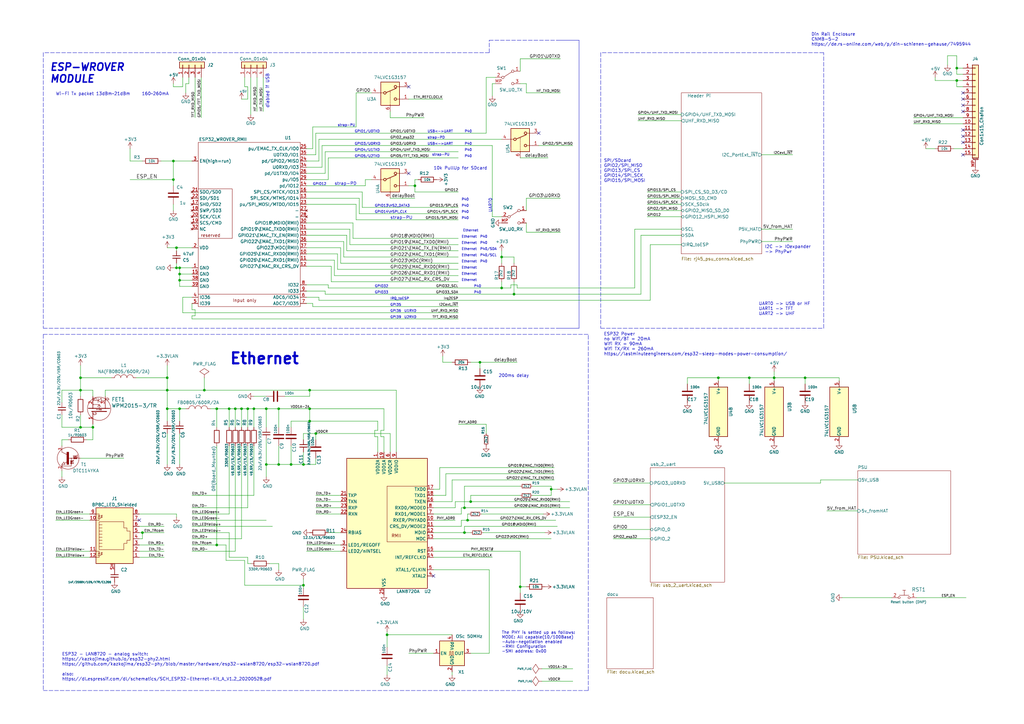
<source format=kicad_sch>
(kicad_sch (version 20220126) (generator eeschema)
  (paper "A3")
  (title_block (title "ESP32-Ethernet-Universalboard") (date "2022-03-09") (rev "A") (company "Scaldis"))
  (junction (at 129.54 177.8) (diameter 0.9144))
  (junction (at 73.66 112.395) (diameter 0.9144))
  (junction (at 226.06 200.66) (diameter 0.9144))
  (junction (at 127 167.64) (diameter 0.9144))
  (junction (at 124.46 190.5) (diameter 0.9144))
  (junction (at 58.42 218.44))
  (junction (at 294.64 154.94))
  (junction (at 392.43 27.94))
  (junction (at 88.9 167.64) (diameter 0.9144))
  (junction (at 124.46 240.03) (diameter 0.9144))
  (junction (at 38.1 175.26) (diameter 0.9144))
  (junction (at 71.12 73.66) (diameter 0.9144))
  (junction (at 72.39 109.855))
  (junction (at 33.02 175.26) (diameter 0.9144))
  (junction (at 205.74 118.11) (diameter 0.9144))
  (junction (at 392.43 33.02))
  (junction (at 170.18 76.2))
  (junction (at 193.04 205.74) (diameter 0.9144))
  (junction (at 317.5 154.94))
  (junction (at 72.39 101.6))
  (junction (at 96.52 167.64) (diameter 0.9144))
  (junction (at 33.02 160.02) (diameter 0.9144))
  (junction (at 109.22 167.64) (diameter 0.9144))
  (junction (at 73.66 167.64) (diameter 0.9144))
  (junction (at 68.58 154.94) (diameter 0.9144))
  (junction (at 205.74 105.41) (diameter 0.9144))
  (junction (at 99.06 167.64) (diameter 0.9144))
  (junction (at 83.82 160.02) (diameter 0.9144))
  (junction (at 33.02 154.94) (diameter 0.9144))
  (junction (at 119.38 190.5) (diameter 0.9144))
  (junction (at 68.58 160.02) (diameter 0.9144))
  (junction (at 127 172.72) (diameter 0.9144))
  (junction (at 71.12 66.04) (diameter 0.9144))
  (junction (at 307.34 154.94))
  (junction (at 158.75 260.35))
  (junction (at 191.77 213.36))
  (junction (at 114.3 190.5) (diameter 0.9144))
  (junction (at 127 160.02) (diameter 0.9144))
  (junction (at 190.5 218.44))
  (junction (at 68.58 167.64) (diameter 0.9144))
  (junction (at 73.66 114.935))
  (junction (at 213.36 240.665))
  (junction (at 73.66 109.855) (diameter 0.9144))
  (junction (at 109.22 190.5) (diameter 0.9144))
  (junction (at 104.14 167.64) (diameter 0.9144))
  (junction (at 196.85 148.59))
  (junction (at 330.2 154.94))
  (junction (at 190.5 208.28) (diameter 0.9144))
  (junction (at 101.6 167.64) (diameter 0.9144))
  (junction (at 88.9 223.52) (diameter 0.9144))
  (junction (at 210.82 120.65) (diameter 0.9144))
  (junction (at 114.3 167.64) (diameter 0.9144))
  (junction (at 93.98 167.64) (diameter 0.9144))
  (no_connect (at 167.64 71.12))
  (no_connect (at 177.8 236.22))
  (no_connect (at 220.98 54.61))
  (no_connect (at 394.97 40.64))
  (no_connect (at 394.97 38.1))
  (no_connect (at 394.97 55.88))
  (no_connect (at 394.97 53.34))
  (no_connect (at 394.97 45.72))
  (no_connect (at 394.97 43.18))
  (no_connect (at 394.97 63.5))
  (no_connect (at 394.97 58.42))
  (no_connect (at 57.15 213.36))
  (no_connect (at 167.64 35.56))
  (wire (pts (xy 297.18 198.12) (xy 336.55 198.12)))
  (wire (pts (xy 336.55 196.85) (xy 351.79 196.85)))
  (wire (pts (xy 336.55 198.12) (xy 336.55 196.85)))
  (wire (pts (xy 251.46 217.17) (xy 266.7 217.17)))
  (wire (pts (xy 77.47 34.29) (xy 76.2 34.29)))
  (wire (pts (xy 144.78 97.79) (xy 144.78 91.44)))
  (wire (pts (xy 137.16 113.03) (xy 137.16 106.68)))
  (wire (pts (xy 265.43 86.36) (xy 279.4 86.36)))
  (wire (pts (xy 73.66 112.395) (xy 73.66 114.935)))
  (wire (pts (xy 119.38 172.72) (xy 127 172.72)))
  (wire (pts (xy 130.81 66.04) (xy 130.81 57.15)))
  (wire (pts (xy 180.34 200.66) (xy 177.8 200.66)))
  (wire (pts (xy 394.97 33.02) (xy 392.43 33.02)))
  (wire (pts (xy 177.8 215.9) (xy 189.23 215.9)))
  (wire (pts (xy 72.39 101.6) (xy 72.39 102.87)))
  (wire (pts (xy 53.34 60.96) (xy 53.34 66.04)))
  (wire (pts (xy 125.73 81.28) (xy 147.32 81.28)))
  (wire (pts (xy 83.82 160.02) (xy 127 160.02)))
  (wire (pts (xy 177.8 226.06) (xy 213.36 226.06)))
  (wire (pts (xy 192.405 210.82) (xy 191.77 210.82)))
  (wire (pts (xy 330.2 154.94) (xy 330.2 157.48)))
  (wire (pts (xy 38.1 160.02) (xy 33.02 160.02)))
  (wire (pts (xy 317.5 154.94) (xy 317.5 156.21)))
  (wire (pts (xy 185.42 275.59) (xy 185.42 276.86)))
  (wire (pts (xy 213.36 240.665) (xy 213.36 243.205)))
  (wire (pts (xy 124.46 237.49) (xy 124.46 240.03)))
  (wire (pts (xy 153.67 179.07) (xy 153.67 176.53)))
  (polyline (pts (xy 17.78 134.62) (xy 200.66 134.62)) (stroke (width 0) (type dash)))
  (wire (pts (xy 80.01 129.54) (xy 78.74 129.54)))
  (wire (pts (xy 185.42 196.85) (xy 227.33 196.85)))
  (wire (pts (xy 128.27 52.07) (xy 146.05 52.07)))
  (wire (pts (xy 78.74 117.475) (xy 73.66 117.475)))
  (wire (pts (xy 281.94 154.94) (xy 281.94 157.48)))
  (polyline (pts (xy 200.66 21.59) (xy 17.78 21.59)) (stroke (width 0) (type dash)))
  (wire (pts (xy 33.02 187.96) (xy 50.8 187.96)))
  (wire (pts (xy 25.4 160.02) (xy 33.02 160.02)))
  (wire (pts (xy 125.73 63.5) (xy 129.54 63.5)))
  (wire (pts (xy 144.78 91.44) (xy 125.73 91.44)))
  (wire (pts (xy 222.25 274.32) (xy 234.95 274.32)))
  (wire (pts (xy 110.49 231.14) (xy 114.3 231.14)))
  (wire (pts (xy 196.85 148.59) (xy 196.85 151.13)))
  (wire (pts (xy 383.54 33.02) (xy 383.54 31.75)))
  (wire (pts (xy 265.43 81.28) (xy 279.4 81.28)))
  (wire (pts (xy 190.5 208.28) (xy 233.68 208.28)))
  (wire (pts (xy 146.05 83.82) (xy 146.05 90.17)))
  (wire (pts (xy 38.1 162.56) (xy 38.1 160.02)))
  (wire (pts (xy 96.52 182.88) (xy 96.52 226.06)))
  (wire (pts (xy 193.04 205.74) (xy 233.68 205.74)))
  (wire (pts (xy 116.84 162.56) (xy 127 162.56)))
  (wire (pts (xy 101.6 167.64) (xy 104.14 167.64)))
  (wire (pts (xy 147.32 87.63) (xy 187.96 87.63)))
  (wire (pts (xy 88.9 223.52) (xy 78.74 223.52)))
  (wire (pts (xy 100.33 240.03) (xy 124.46 240.03)))
  (wire (pts (xy 124.46 240.03) (xy 124.46 241.3)))
  (wire (pts (xy 307.34 154.94) (xy 307.34 157.48)))
  (wire (pts (xy 57.15 220.98) (xy 58.42 220.98)))
  (wire (pts (xy 114.3 175.26) (xy 114.3 167.64)))
  (wire (pts (xy 33.02 154.94) (xy 33.02 160.02)))
  (polyline (pts (xy 228.6 16.51) (xy 237.49 16.51)))
  (wire (pts (xy 312.42 99.06) (xy 325.12 99.06)))
  (wire (pts (xy 189.23 213.36) (xy 191.77 213.36)))
  (wire (pts (xy 187.96 173.99) (xy 199.39 173.99)))
  (wire (pts (xy 88.9 175.26) (xy 88.9 167.64)))
  (wire (pts (xy 129.54 177.8) (xy 160.02 177.8)))
  (wire (pts (xy 68.58 101.6) (xy 72.39 101.6)))
  (wire (pts (xy 193.04 267.97) (xy 200.66 267.97)))
  (wire (pts (xy 154.94 176.53) (xy 154.94 172.72)))
  (wire (pts (xy 57.15 228.6) (xy 67.31 228.6)))
  (wire (pts (xy 127 167.64) (xy 127 172.72)))
  (wire (pts (xy 68.58 160.02) (xy 83.82 160.02)))
  (wire (pts (xy 105.41 31.75) (xy 105.41 45.72)))
  (wire (pts (xy 71.12 109.855) (xy 72.39 109.855)))
  (wire (pts (xy 213.36 64.77) (xy 224.79 64.77)))
  (wire (pts (xy 162.56 185.42) (xy 162.56 160.02)))
  (wire (pts (xy 73.66 177.8) (xy 73.66 190.5)))
  (wire (pts (xy 78.74 129.54) (xy 78.74 130.81)))
  (wire (pts (xy 74.93 121.92) (xy 78.74 121.92)))
  (wire (pts (xy 33.02 160.02) (xy 33.02 162.56)))
  (wire (pts (xy 201.93 59.69) (xy 201.93 88.9)))
  (wire (pts (xy 201.93 88.9) (xy 205.74 88.9)))
  (wire (pts (xy 43.18 160.02) (xy 68.58 160.02)))
  (wire (pts (xy 125.73 124.46) (xy 128.27 124.46)))
  (polyline (pts (xy 17.78 137.16) (xy 241.3 137.16)) (stroke (width 0) (type dash)))
  (wire (pts (xy 125.73 83.82) (xy 146.05 83.82)))
  (wire (pts (xy 25.4 165.1) (xy 25.4 160.02)))
  (wire (pts (xy 317.5 154.94) (xy 307.34 154.94)))
  (wire (pts (xy 392.43 22.86) (xy 388.62 22.86)))
  (wire (pts (xy 218.44 199.39) (xy 226.06 199.39)))
  (wire (pts (xy 226.06 199.39) (xy 226.06 200.66)))
  (wire (pts (xy 22.86 210.82) (xy 36.83 210.82)))
  (wire (pts (xy 88.9 182.88) (xy 88.9 223.52)))
  (wire (pts (xy 130.81 123.19) (xy 266.7 123.19)))
  (wire (pts (xy 119.38 182.88) (xy 119.38 190.5)))
  (wire (pts (xy 133.35 62.23) (xy 187.96 62.23)))
  (wire (pts (xy 199.39 173.99) (xy 199.39 177.8)))
  (wire (pts (xy 109.22 213.36) (xy 78.74 213.36)))
  (wire (pts (xy 78.74 124.46) (xy 78.74 127)))
  (wire (pts (xy 200.66 267.97) (xy 200.66 233.68)))
  (wire (pts (xy 73.66 172.72) (xy 73.66 167.64)))
  (wire (pts (xy 140.97 99.06) (xy 125.73 99.06)))
  (wire (pts (xy 294.64 154.94) (xy 294.64 156.21)))
  (wire (pts (xy 119.38 172.72) (xy 119.38 175.26)))
  (wire (pts (xy 156.21 176.53) (xy 157.48 176.53)))
  (wire (pts (xy 74.93 128.27) (xy 74.93 121.92)))
  (wire (pts (xy 74.93 35.56) (xy 71.12 35.56)))
  (wire (pts (xy 57.15 226.06) (xy 67.31 226.06)))
  (wire (pts (xy 157.48 185.42) (xy 157.48 179.07)))
  (wire (pts (xy 102.87 231.14) (xy 101.6 231.14)))
  (wire (pts (xy 82.55 31.75) (xy 82.55 48.26)))
  (wire (pts (xy 312.42 93.98) (xy 325.12 93.98)))
  (wire (pts (xy 71.12 66.04) (xy 78.74 66.04)))
  (wire (pts (xy 130.81 57.15) (xy 205.74 57.15)))
  (wire (pts (xy 186.69 205.74) (xy 186.69 208.28)))
  (wire (pts (xy 57.15 218.44) (xy 58.42 218.44)))
  (polyline (pts (xy 17.78 137.16) (xy 17.78 283.21)) (stroke (width 0) (type dash)))
  (wire (pts (xy 205.74 105.41) (xy 210.82 105.41)))
  (wire (pts (xy 210.82 107.95) (xy 210.82 105.41)))
  (wire (pts (xy 109.22 190.5) (xy 114.3 190.5)))
  (wire (pts (xy 114.3 190.5) (xy 119.38 190.5)))
  (wire (pts (xy 119.38 190.5) (xy 124.46 190.5)))
  (wire (pts (xy 143.51 100.33) (xy 143.51 93.98)))
  (wire (pts (xy 137.16 113.03) (xy 187.96 113.03)))
  (wire (pts (xy 88.9 167.64) (xy 93.98 167.64)))
  (wire (pts (xy 265.43 88.9) (xy 279.4 88.9)))
  (wire (pts (xy 72.39 109.855) (xy 73.66 109.855)))
  (wire (pts (xy 134.62 64.77) (xy 187.96 64.77)))
  (wire (pts (xy 143.51 93.98) (xy 125.73 93.98)))
  (wire (pts (xy 191.77 213.36) (xy 227.965 213.36)))
  (wire (pts (xy 142.24 102.87) (xy 142.24 96.52)))
  (wire (pts (xy 180.34 191.77) (xy 180.34 200.66)))
  (wire (pts (xy 193.04 203.2) (xy 193.04 205.74)))
  (wire (pts (xy 226.06 200.66) (xy 228.6 200.66)))
  (wire (pts (xy 101.6 208.28) (xy 78.74 208.28)))
  (wire (pts (xy 124.46 190.5) (xy 129.54 190.5)))
  (wire (pts (xy 77.47 31.75) (xy 77.47 34.29)))
  (wire (pts (xy 213.36 226.06) (xy 213.36 240.665)))
  (wire (pts (xy 125.73 121.92) (xy 130.81 121.92)))
  (wire (pts (xy 142.24 96.52) (xy 125.73 96.52)))
  (wire (pts (xy 72.39 101.6) (xy 78.74 101.6)))
  (wire (pts (xy 127 172.72) (xy 154.94 172.72)))
  (wire (pts (xy 317.5 152.4) (xy 317.5 154.94)))
  (wire (pts (xy 392.43 27.94) (xy 394.97 27.94)))
  (wire (pts (xy 76.2 34.29) (xy 76.2 38.1)))
  (wire (pts (xy 197.485 210.82) (xy 222.885 210.82)))
  (wire (pts (xy 205.74 118.11) (xy 205.74 115.57)))
  (wire (pts (xy 170.18 78.74) (xy 170.18 76.2)))
  (wire (pts (xy 133.35 71.12) (xy 133.35 62.23)))
  (wire (pts (xy 210.82 120.65) (xy 262.89 120.65)))
  (wire (pts (xy 262.89 120.65) (xy 262.89 96.52)))
  (wire (pts (xy 104.14 203.2) (xy 78.74 203.2)))
  (wire (pts (xy 68.58 154.94) (xy 68.58 160.02)))
  (wire (pts (xy 196.85 148.59) (xy 212.09 148.59)))
  (wire (pts (xy 93.98 175.26) (xy 93.98 167.64)))
  (wire (pts (xy 160.02 48.26) (xy 160.02 45.72)))
  (wire (pts (xy 210.82 120.65) (xy 210.82 115.57)))
  (wire (pts (xy 143.51 100.33) (xy 187.96 100.33)))
  (wire (pts (xy 25.4 195.58) (xy 25.4 193.04)))
  (wire (pts (xy 93.98 228.6) (xy 101.6 228.6)))
  (wire (pts (xy 101.6 228.6) (xy 101.6 231.14)))
  (wire (pts (xy 124.46 248.92) (xy 124.46 254)))
  (wire (pts (xy 73.66 109.855) (xy 78.74 109.855)))
  (wire (pts (xy 312.42 63.5) (xy 325.12 63.5)))
  (polyline (pts (xy 246.38 21.59) (xy 246.38 134.62)) (stroke (width 0) (type dash)))
  (wire (pts (xy 374.65 48.26) (xy 394.97 48.26)))
  (wire (pts (xy 153.67 176.53) (xy 154.94 176.53)))
  (wire (pts (xy 129.54 210.82) (xy 139.7 210.82)))
  (wire (pts (xy 71.12 76.2) (xy 71.12 73.66)))
  (wire (pts (xy 38.1 175.26) (xy 38.1 180.34)))
  (wire (pts (xy 130.81 121.92) (xy 130.81 123.19)))
  (wire (pts (xy 189.23 208.28) (xy 190.5 208.28)))
  (wire (pts (xy 182.88 203.2) (xy 177.8 203.2)))
  (wire (pts (xy 114.3 231.14) (xy 114.3 233.68)))
  (wire (pts (xy 101.6 40.64) (xy 101.6 35.56)))
  (wire (pts (xy 129.54 180.34) (xy 129.54 177.8)))
  (wire (pts (xy 193.04 148.59) (xy 196.85 148.59)))
  (wire (pts (xy 261.62 49.53) (xy 279.4 49.53)))
  (wire (pts (xy 96.52 167.64) (xy 99.06 167.64)))
  (wire (pts (xy 68.58 167.64) (xy 73.66 167.64)))
  (wire (pts (xy 266.7 100.33) (xy 279.4 100.33)))
  (wire (pts (xy 25.4 180.34) (xy 25.4 182.88)))
  (wire (pts (xy 147.32 81.28) (xy 147.32 87.63)))
  (wire (pts (xy 129.54 187.96) (xy 129.54 190.5)))
  (wire (pts (xy 99.06 220.98) (xy 78.74 220.98)))
  (wire (pts (xy 181.61 148.59) (xy 181.61 146.05)))
  (wire (pts (xy 38.1 173.99) (xy 38.1 175.26)))
  (wire (pts (xy 109.22 190.5) (xy 109.22 195.58)))
  (wire (pts (xy 392.43 35.56) (xy 392.43 33.02)))
  (wire (pts (xy 193.04 218.44) (xy 190.5 218.44)))
  (wire (pts (xy 101.6 35.56) (xy 100.33 35.56)))
  (wire (pts (xy 127 167.64) (xy 157.48 167.64)))
  (wire (pts (xy 149.86 73.66) (xy 152.4 73.66)))
  (wire (pts (xy 345.44 245.11) (xy 365.76 245.11)))
  (wire (pts (xy 317.5 154.94) (xy 330.2 154.94)))
  (polyline (pts (xy 337.82 21.59) (xy 246.38 21.59)) (stroke (width 0) (type dash)))
  (wire (pts (xy 129.54 203.2) (xy 139.7 203.2)))
  (wire (pts (xy 198.12 218.44) (xy 223.52 218.44)))
  (wire (pts (xy 134.62 73.66) (xy 134.62 64.77)))
  (wire (pts (xy 53.34 66.04) (xy 58.42 66.04)))
  (wire (pts (xy 38.1 180.34) (xy 35.56 180.34)))
  (wire (pts (xy 73.66 117.475) (xy 73.66 114.935)))
  (wire (pts (xy 186.69 208.28) (xy 177.8 208.28)))
  (wire (pts (xy 86.36 167.64) (xy 88.9 167.64)))
  (wire (pts (xy 213.36 203.2) (xy 193.04 203.2)))
  (wire (pts (xy 339.09 209.55) (xy 351.79 209.55)))
  (wire (pts (xy 27.94 180.34) (xy 25.4 180.34)))
  (wire (pts (xy 129.54 54.61) (xy 199.39 54.61)))
  (wire (pts (xy 128.27 125.73) (xy 187.96 125.73)))
  (wire (pts (xy 71.12 66.04) (xy 71.12 73.66)))
  (wire (pts (xy 213.36 24.13) (xy 213.36 29.21)))
  (wire (pts (xy 229.87 24.13) (xy 213.36 24.13)))
  (wire (pts (xy 140.97 105.41) (xy 187.96 105.41)))
  (wire (pts (xy 74.93 31.75) (xy 74.93 35.56)))
  (wire (pts (xy 281.94 154.94) (xy 294.64 154.94)))
  (wire (pts (xy 78.74 127) (xy 80.01 127)))
  (wire (pts (xy 158.75 273.05) (xy 158.75 276.86)))
  (wire (pts (xy 138.43 110.49) (xy 138.43 104.14)))
  (wire (pts (xy 213.36 199.39) (xy 190.5 199.39)))
  (wire (pts (xy 93.98 218.44) (xy 93.98 228.6)))
  (wire (pts (xy 134.62 118.11) (xy 134.62 116.84)))
  (wire (pts (xy 154.94 185.42) (xy 154.94 179.07)))
  (wire (pts (xy 55.88 154.94) (xy 68.58 154.94)))
  (wire (pts (xy 73.66 114.935) (xy 78.74 114.935)))
  (wire (pts (xy 93.98 167.64) (xy 96.52 167.64)))
  (wire (pts (xy 190.5 199.39) (xy 190.5 208.28)))
  (wire (pts (xy 139.7 107.95) (xy 187.96 107.95)))
  (polyline (pts (xy 200.66 134.62) (xy 228.6 134.62)) (stroke (width 0) (type dash)))
  (wire (pts (xy 109.22 162.56) (xy 104.14 162.56)))
  (wire (pts (xy 125.73 66.04) (xy 130.81 66.04)))
  (wire (pts (xy 189.23 215.9) (xy 189.23 213.36)))
  (wire (pts (xy 140.97 105.41) (xy 140.97 99.06)))
  (wire (pts (xy 58.42 218.44) (xy 67.31 218.44)))
  (wire (pts (xy 128.27 124.46) (xy 128.27 125.73)))
  (wire (pts (xy 138.43 110.49) (xy 187.96 110.49)))
  (wire (pts (xy 158.75 260.35) (xy 158.75 265.43)))
  (wire (pts (xy 100.33 35.56) (xy 100.33 31.75)))
  (wire (pts (xy 133.35 119.38) (xy 133.35 120.65)))
  (wire (pts (xy 72.39 210.82) (xy 72.39 212.09)))
  (wire (pts (xy 261.62 46.99) (xy 279.4 46.99)))
  (wire (pts (xy 78.74 130.81) (xy 187.96 130.81)))
  (wire (pts (xy 132.08 68.58) (xy 132.08 59.69)))
  (wire (pts (xy 124.46 190.5) (xy 124.46 185.42)))
  (wire (pts (xy 73.66 167.64) (xy 76.2 167.64)))
  (wire (pts (xy 129.54 208.28) (xy 139.7 208.28)))
  (wire (pts (xy 187.96 78.74) (xy 170.18 78.74)))
  (wire (pts (xy 125.73 73.66) (xy 134.62 73.66)))
  (wire (pts (xy 68.58 160.02) (xy 68.58 167.64)))
  (wire (pts (xy 158.75 260.35) (xy 185.42 260.35)))
  (wire (pts (xy 114.3 182.88) (xy 114.3 190.5)))
  (wire (pts (xy 43.18 162.56) (xy 43.18 160.02)))
  (wire (pts (xy 265.43 83.82) (xy 279.4 83.82)))
  (wire (pts (xy 114.3 167.64) (xy 127 167.64)))
  (polyline (pts (xy 246.38 134.62) (xy 337.82 134.62)) (stroke (width 0) (type dash)))
  (wire (pts (xy 73.66 109.855) (xy 73.66 112.395)))
  (wire (pts (xy 109.22 167.64) (xy 114.3 167.64)))
  (wire (pts (xy 45.72 154.94) (xy 33.02 154.94)))
  (wire (pts (xy 170.18 73.66) (xy 171.45 73.66)))
  (wire (pts (xy 124.46 177.8) (xy 129.54 177.8)))
  (wire (pts (xy 144.78 97.79) (xy 187.96 97.79)))
  (wire (pts (xy 173.99 48.26) (xy 160.02 48.26)))
  (wire (pts (xy 109.22 175.26) (xy 109.22 167.64)))
  (wire (pts (xy 177.8 213.36) (xy 186.69 213.36)))
  (wire (pts (xy 182.88 194.31) (xy 182.88 203.2)))
  (wire (pts (xy 167.64 267.97) (xy 177.8 267.97)))
  (wire (pts (xy 215.9 34.29) (xy 215.9 38.1)))
  (wire (pts (xy 213.36 34.29) (xy 215.9 34.29)))
  (wire (pts (xy 68.58 177.8) (xy 68.58 190.5)))
  (wire (pts (xy 125.73 68.58) (xy 132.08 68.58)))
  (wire (pts (xy 222.25 279.4) (xy 234.95 279.4)))
  (wire (pts (xy 190.5 215.9) (xy 228.6 215.9)))
  (wire (pts (xy 58.42 220.98) (xy 58.42 218.44)))
  (wire (pts (xy 80.01 31.75) (xy 80.01 48.26)))
  (polyline (pts (xy 237.49 16.51) (xy 237.49 134.62)))
  (wire (pts (xy 177.8 210.82) (xy 189.23 210.82)))
  (wire (pts (xy 78.74 210.82) (xy 93.98 210.82)))
  (wire (pts (xy 57.15 215.9) (xy 67.31 215.9)))
  (wire (pts (xy 107.95 31.75) (xy 107.95 45.72)))
  (wire (pts (xy 177.8 228.6) (xy 201.93 228.6)))
  (wire (pts (xy 156.21 179.07) (xy 156.21 176.53)))
  (wire (pts (xy 135.89 115.57) (xy 135.89 109.22)))
  (wire (pts (xy 170.18 76.2) (xy 170.18 73.66)))
  (wire (pts (xy 33.02 175.26) (xy 38.1 175.26)))
  (wire (pts (xy 186.69 205.74) (xy 193.04 205.74)))
  (wire (pts (xy 33.02 149.86) (xy 33.02 154.94)))
  (wire (pts (xy 157.48 176.53) (xy 157.48 167.64)))
  (wire (pts (xy 78.74 226.06) (xy 96.52 226.06)))
  (wire (pts (xy 215.9 91.44) (xy 215.9 95.25)))
  (wire (pts (xy 71.12 35.56) (xy 71.12 34.29)))
  (wire (pts (xy 93.98 218.44) (xy 78.74 218.44)))
  (wire (pts (xy 127 162.56) (xy 127 160.02)))
  (wire (pts (xy 177.8 218.44) (xy 190.5 218.44)))
  (wire (pts (xy 57.15 223.52) (xy 67.31 223.52)))
  (wire (pts (xy 251.46 207.01) (xy 266.7 207.01)))
  (wire (pts (xy 138.43 104.14) (xy 125.73 104.14)))
  (wire (pts (xy 68.58 149.86) (xy 68.58 154.94)))
  (wire (pts (xy 104.14 182.88) (xy 104.14 203.2)))
  (wire (pts (xy 190.5 215.9) (xy 190.5 218.44)))
  (wire (pts (xy 160.02 185.42) (xy 160.02 177.8)))
  (wire (pts (xy 71.12 83.82) (xy 71.12 86.36)))
  (wire (pts (xy 74.93 128.27) (xy 187.96 128.27)))
  (wire (pts (xy 215.9 81.28) (xy 215.9 86.36)))
  (wire (pts (xy 22.86 228.6) (xy 36.83 228.6)))
  (wire (pts (xy 392.43 27.94) (xy 392.43 22.86)))
  (wire (pts (xy 185.42 196.85) (xy 185.42 205.74)))
  (wire (pts (xy 135.89 109.22) (xy 125.73 109.22)))
  (wire (pts (xy 394.97 35.56) (xy 392.43 35.56)))
  (wire (pts (xy 185.42 205.74) (xy 177.8 205.74)))
  (polyline (pts (xy 337.82 134.62) (xy 337.82 21.59)) (stroke (width 0) (type dash)))
  (wire (pts (xy 83.82 154.94) (xy 83.82 160.02)))
  (wire (pts (xy 158.75 259.08) (xy 158.75 260.35)))
  (wire (pts (xy 160.02 81.28) (xy 170.18 81.28)))
  (wire (pts (xy 388.62 22.86) (xy 388.62 26.67)))
  (wire (pts (xy 374.65 50.8) (xy 394.97 50.8)))
  (wire (pts (xy 148.59 85.09) (xy 187.96 85.09)))
  (wire (pts (xy 66.04 66.04) (xy 71.12 66.04)))
  (wire (pts (xy 25.4 175.26) (xy 33.02 175.26)))
  (wire (pts (xy 330.2 154.94) (xy 344.17 154.94)))
  (wire (pts (xy 125.73 223.52) (xy 139.7 223.52)))
  (wire (pts (xy 93.98 210.82) (xy 93.98 182.88)))
  (wire (pts (xy 78.74 112.395) (xy 73.66 112.395)))
  (wire (pts (xy 125.73 116.84) (xy 134.62 116.84)))
  (wire (pts (xy 146.05 38.1) (xy 146.05 52.07)))
  (wire (pts (xy 109.22 180.34) (xy 109.22 190.5)))
  (wire (pts (xy 149.86 76.2) (xy 149.86 73.66)))
  (wire (pts (xy 134.62 118.11) (xy 205.74 118.11)))
  (wire (pts (xy 129.54 205.74) (xy 139.7 205.74)))
  (wire (pts (xy 135.89 115.57) (xy 187.96 115.57)))
  (wire (pts (xy 392.43 33.02) (xy 383.54 33.02)))
  (wire (pts (xy 101.6 182.88) (xy 101.6 208.28)))
  (wire (pts (xy 124.46 177.8) (xy 124.46 180.34)))
  (wire (pts (xy 205.74 105.41) (xy 205.74 107.95)))
  (wire (pts (xy 177.8 220.98) (xy 226.06 220.98)))
  (wire (pts (xy 125.73 71.12) (xy 133.35 71.12)))
  (polyline (pts (xy 237.49 134.62) (xy 228.6 134.62)))
  (wire (pts (xy 71.12 73.66) (xy 53.34 73.66)))
  (wire (pts (xy 80.01 127) (xy 80.01 129.54)))
  (wire (pts (xy 101.6 175.26) (xy 101.6 167.64)))
  (wire (pts (xy 125.73 226.06) (xy 139.7 226.06)))
  (wire (pts (xy 128.27 60.96) (xy 128.27 52.07)))
  (wire (pts (xy 251.46 198.12) (xy 266.7 198.12)))
  (wire (pts (xy 392.43 30.48) (xy 392.43 27.94)))
  (wire (pts (xy 139.7 107.95) (xy 139.7 101.6)))
  (wire (pts (xy 215.9 95.25) (xy 229.87 95.25)))
  (wire (pts (xy 344.17 154.94) (xy 344.17 156.21)))
  (wire (pts (xy 129.54 63.5) (xy 129.54 54.61)))
  (wire (pts (xy 127 160.02) (xy 162.56 160.02)))
  (wire (pts (xy 72.39 107.95) (xy 72.39 109.855)))
  (wire (pts (xy 203.2 34.29) (xy 201.93 34.29)))
  (polyline (pts (xy 17.78 21.59) (xy 17.78 134.62)) (stroke (width 0) (type dash)))
  (wire (pts (xy 22.86 226.06) (xy 36.83 226.06)))
  (wire (pts (xy 111.76 215.9) (xy 78.74 215.9)))
  (wire (pts (xy 201.93 34.29) (xy 201.93 39.37)))
  (wire (pts (xy 199.39 31.75) (xy 199.39 54.61)))
  (wire (pts (xy 203.2 31.75) (xy 199.39 31.75)))
  (polyline (pts (xy 200.66 16.51) (xy 228.6 16.51)) (stroke (width 0) (type dash)))
  (polyline (pts (xy 200.66 21.59) (xy 200.66 16.51)) (stroke (width 0) (type dash)))
  (wire (pts (xy 96.52 175.26) (xy 96.52 167.64)))
  (polyline (pts (xy 17.78 283.21) (xy 241.3 283.21)) (stroke (width 0) (type dash)))
  (wire (pts (xy 205.74 102.87) (xy 205.74 105.41)))
  (wire (pts (xy 133.35 120.65) (xy 210.82 120.65)))
  (wire (pts (xy 125.73 119.38) (xy 133.35 119.38)))
  (wire (pts (xy 205.74 118.11) (xy 209.55 118.11)))
  (wire (pts (xy 209.55 116.84) (xy 212.09 116.84)))
  (wire (pts (xy 209.55 118.11) (xy 209.55 116.84)))
  (wire (pts (xy 212.09 116.84) (xy 212.09 118.11)))
  (wire (pts (xy 212.09 118.11) (xy 260.35 118.11)))
  (wire (pts (xy 260.35 118.11) (xy 260.35 93.98)))
  (wire (pts (xy 185.42 148.59) (xy 181.61 148.59)))
  (wire (pts (xy 215.9 81.28) (xy 229.87 81.28)))
  (wire (pts (xy 125.73 78.74) (xy 148.59 78.74)))
  (wire (pts (xy 167.64 76.2) (xy 170.18 76.2)))
  (wire (pts (xy 266.7 123.19) (xy 266.7 100.33)))
  (wire (pts (xy 260.35 93.98) (xy 279.4 93.98)))
  (wire (pts (xy 307.34 154.94) (xy 294.64 154.94)))
  (wire (pts (xy 200.66 233.68) (xy 177.8 233.68)))
  (wire (pts (xy 22.86 213.36) (xy 36.83 213.36)))
  (wire (pts (xy 180.34 191.77) (xy 227.33 191.77)))
  (wire (pts (xy 251.46 220.98) (xy 266.7 220.98)))
  (wire (pts (xy 251.46 212.09) (xy 266.7 212.09)))
  (wire (pts (xy 213.36 240.665) (xy 215.9 240.665)))
  (wire (pts (xy 265.43 78.74) (xy 279.4 78.74)))
  (wire (pts (xy 137.16 106.68) (xy 125.73 106.68)))
  (wire (pts (xy 134.62 218.44) (xy 139.7 218.44)))
  (wire (pts (xy 142.24 102.87) (xy 187.96 102.87)))
  (wire (pts (xy 99.06 40.64) (xy 101.6 40.64)))
  (wire (pts (xy 88.9 223.52) (xy 92.71 223.52)))
  (wire (pts (xy 92.71 223.52) (xy 92.71 229.87)))
  (wire (pts (xy 92.71 229.87) (xy 100.33 229.87)))
  (wire (pts (xy 100.33 229.87) (xy 100.33 240.03)))
  (wire (pts (xy 148.59 78.74) (xy 148.59 85.09)))
  (wire (pts (xy 68.58 167.64) (xy 68.58 172.72)))
  (wire (pts (xy 146.05 90.17) (xy 187.96 90.17)))
  (wire (pts (xy 157.48 179.07) (xy 156.21 179.07)))
  (wire (pts (xy 167.64 40.64) (xy 181.61 40.64)))
  (polyline (pts (xy 241.3 283.21) (xy 241.3 137.16)) (stroke (width 0) (type dash)))
  (wire (pts (xy 226.06 203.2) (xy 226.06 200.66)))
  (wire (pts (xy 57.15 210.82) (xy 72.39 210.82)))
  (wire (pts (xy 125.73 60.96) (xy 128.27 60.96)))
  (wire (pts (xy 132.08 59.69) (xy 201.93 59.69)))
  (wire (pts (xy 262.89 96.52) (xy 279.4 96.52)))
  (wire (pts (xy 99.06 182.88) (xy 99.06 220.98)))
  (wire (pts (xy 139.7 101.6) (xy 125.73 101.6)))
  (wire (pts (xy 191.77 210.82) (xy 191.77 213.36)))
  (wire (pts (xy 33.02 170.18) (xy 33.02 175.26)))
  (wire (pts (xy 154.94 179.07) (xy 153.67 179.07)))
  (wire (pts (xy 125.73 76.2) (xy 149.86 76.2)))
  (wire (pts (xy 99.06 167.64) (xy 101.6 167.64)))
  (wire (pts (xy 189.23 208.28) (xy 189.23 210.82)))
  (wire (pts (xy 182.88 194.31) (xy 227.33 194.31)))
  (wire (pts (xy 391.16 60.96) (xy 394.97 60.96)))
  (wire (pts (xy 99.06 175.26) (xy 99.06 167.64)))
  (wire (pts (xy 218.44 203.2) (xy 226.06 203.2)))
  (wire (pts (xy 25.4 170.18) (xy 25.4 175.26)))
  (wire (pts (xy 104.14 167.64) (xy 109.22 167.64)))
  (wire (pts (xy 104.14 175.26) (xy 104.14 167.64)))
  (wire (pts (xy 394.97 30.48) (xy 392.43 30.48)))
  (wire (pts (xy 215.9 38.1) (xy 229.87 38.1)))
  (wire (pts (xy 152.4 38.1) (xy 146.05 38.1)))
  (wire (pts (xy 102.87 31.75) (xy 102.87 46.99)))
  (wire (pts (xy 379.73 60.96) (xy 383.54 60.96)))
  (wire (pts (xy 220.98 59.69) (xy 234.95 59.69)))
  (wire (pts (xy 396.24 245.11) (xy 375.92 245.11)))
  (text "GPIO13\\HS2_DATA3" (at 153.67 85.09 0) (effects (font (size 1 1)) (justify left bottom)))
  (text "P40" (at 196.85 100.33 0) (effects (font (size 1 1)) (justify left bottom)))
  (text "USB<->UART" (at 175.26 54.61 0) (effects (font (size 1 1)) (justify left bottom)))
  (text "diabled if USB" (at 110.49 44.45 90) (effects (font (size 1.27 1.27)) (justify left bottom)))
  (text "GPIO12" (at 128.27 76.2 0) (effects (font (size 1 1)) (justify left bottom)))
  (text "200ms delay" (at 204.47 154.94 0) (effects (font (size 1.27 1.27)) (justify left bottom)))
  (text "U1RXD" (at 165.735 128.27 0) (effects (font (size 1 1)) (justify left bottom)))
  (text "Ethernet" (at 189.23 97.79 0) (effects (font (size 1 1)) (justify left bottom)))
  (text "ESP32 Power \nno Wifi/BT = 20mA\nWifi RX = 90mA\nWifi TX/RX = 260mA\nhttps://lastminuteengineers.com/esp32-sleep-modes-power-consumption/" (at 247.65 146.05 0) (effects (font (size 1.27 1.27)) (justify left bottom)))
  (text "I2C -> IOexpander\n-> PhyPwr" (at 313.69 104.14 0) (effects (font (size 1.27 1.27)) (justify left bottom)))
  (text "P40" (at 189.23 85.09 0) (effects (font (size 1 1)) (justify left bottom)))
  (text "SPI/SDcard\nGPIO2/SPI_MISO\nGPIO13/SPI_CS\nGPIO14/SPI_SCK\nGPIO15/SPI_MOSI" (at 247.65 74.93 0) (effects (font (size 1.27 1.27)) (justify left bottom)))
  (text "Din Rail Enclosure\nCNMB-5-2\nhttps://de.rs-online.com/web/p/din-schienen-gehause/7495944" (at 332.74 19.05 0) (effects (font (size 1.27 1.27)) (justify left bottom)))
  (text "UART0 -> USB or HF\nUART1 -> TFT\nUART2 -> UHF" (at 311.15 129.54 0) (effects (font (size 1.27 1.27)) (justify left bottom)))
  (text "GPI35" (at 160.02 125.73 0) (effects (font (size 1 1)) (justify left bottom)))
  (text "Ethernet" (at 189.23 115.57 0) (effects (font (size 1 1)) (justify left bottom)))
  (text "The PHY is setted up as follows:\nMODE: All capable(10/100Base)\n-Auto-negotiation enabled\n-RMII Configuration\n-SMI address: 0x00" (at 205.74 267.97 0) (effects (font (size 1.1938 1.1938)) (justify left bottom)))
  (text "P40" (at 190.5 54.61 0) (effects (font (size 1 1)) (justify left bottom)))
  (text "P40" (at 189.23 87.63 0) (effects (font (size 1 1)) (justify left bottom)))
  (text "USB<->UART" (at 175.26 59.69 0) (effects (font (size 1 1)) (justify left bottom)))
  (text "Ethernet" (at 93.98 149.86 0) (effects (font (size 4.4958 4.4958) (thickness 0.8992) bold) (justify left bottom)))
  (text "P40" (at 190.5 64.77 0) (effects (font (size 1 1)) (justify left bottom)))
  (text "ESP32 - LAN8720 - analog switch:\nhttps://kazkojima.github.io/esp32-phy2.html\nhttps://github.com/kazkojima/esp32-phy/blob/master/hardware/esp32-wslan8720/esp32-wslan8720.pdf\n\nalso:\nhttps://dl.espressif.com/dl/schematics/SCH_ESP32-Ethernet-Kit_A_V1.2_20200528.pdf" (at 25.4 279.4 0) (effects (font (size 1.27 1.27)) (justify left bottom)))
  (text "strap-PD" (at 175.26 57.15 0) (effects (font (size 1 1)) (justify left bottom)))
  (text "Ethernet" (at 189.23 105.41 0) (effects (font (size 1 1)) (justify left bottom)))
  (text "Ethernet" (at 189.23 110.49 0) (effects (font (size 1 1)) (justify left bottom)))
  (text "IRQ_toESP" (at 160.02 123.19 0) (effects (font (size 1 1)) (justify left bottom)))
  (text "GPIO33" (at 153.67 120.65 0) (effects (font (size 1 1)) (justify left bottom)))
  (text "P40" (at 189.23 90.17 0) (effects (font (size 1 1)) (justify left bottom)))
  (text "P40" (at 190.5 62.23 0) (effects (font (size 1 1)) (justify left bottom)))
  (text "GPIO4/U1TXD" (at 145.415 62.23 0) (effects (font (size 1 1)) (justify left bottom)))
  (text "Wi-Fi Tx packet 13dBm~21dBm	160~260mA" (at 22.86 39.37 0) (effects (font (size 1.27 1.27)) (justify left bottom)))
  (text "P40" (at 194.31 120.65 0) (effects (font (size 1 1)) (justify left bottom)))
  (text "strap-PU" (at 177.165 64.135 0) (effects (font (size 1 1)) (justify left bottom)))
  (text "GPI39" (at 160.02 130.81 0) (effects (font (size 1 1)) (justify left bottom)))
  (text "10k PullUp for SDcard" (at 177.8 69.85 0) (effects (font (size 1.27 1.27)) (justify left bottom)))
  (text "P40" (at 194.31 118.11 0) (effects (font (size 1 1)) (justify left bottom)))
  (text "UART0" (at 201.93 81.28 90) (effects (font (size 1.27 1.27)) (justify right bottom)))
  (text "P40" (at 190.5 59.69 0) (effects (font (size 1 1)) (justify left bottom)))
  (text "Ethernet" (at 189.23 102.87 0) (effects (font (size 1 1)) (justify left bottom)))
  (text "ESP-WROVER\nMODULE" (at 20.32 34.29 0) (effects (font (size 2.9972 2.9972) (thickness 0.5994) bold italic) (justify left bottom)))
  (text "Ethernet" (at 189.23 113.03 0) (effects (font (size 1 1)) (justify left bottom)))
  (text "GPIO1/U0TXD" (at 145.415 54.61 0) (effects (font (size 1 1)) (justify left bottom)))
  (text "Ethernet" (at 189.865 95.25 0) (effects (font (size 1 1)) (justify left bottom)))
  (text "strap-PU" (at 138.43 52.07 0) (effects (font (size 1 1)) (justify left bottom)))
  (text "GPIO32" (at 153.67 118.11 0) (effects (font (size 1 1)) (justify left bottom)))
  (text "U2RXD" (at 165.735 130.81 0) (effects (font (size 1 1)) (justify left bottom)))
  (text "GPIO5/U2TXD" (at 145.415 64.77 0) (effects (font (size 1 1)) (justify left bottom)))
  (text "GPI36" (at 160.02 128.27 0) (effects (font (size 1 1)) (justify left bottom)))
  (text "GPIO3/U0RXD" (at 145.415 59.69 0) (effects (font (size 1 1)) (justify left bottom)))
  (text "strap-PU" (at 160.02 90.17 0) (effects (font (size 1.27 1.27)) (justify left bottom)))
  (text "Ethernet" (at 189.23 100.33 0) (effects (font (size 1 1)) (justify left bottom)))
  (text "P40/SDA" (at 196.85 102.87 0) (effects (font (size 1 1)) (justify left bottom)))
  (text "Ethernet" (at 189.23 107.95 0) (effects (font (size 1 1)) (justify left bottom)))
  (text "P40" (at 196.85 97.79 0) (effects (font (size 1 1)) (justify left bottom)))
  (text "P40/SCL" (at 196.85 105.41 0) (effects (font (size 1 1)) (justify left bottom)))
  (text "P40" (at 196.85 107.95 0) (effects (font (size 1 1)) (justify left bottom)))
  (text "strap-PD" (at 137.16 76.2 0) (effects (font (size 1.27 1.27)) (justify left bottom)))
  (text "P40" (at 189.23 82.55 0) (effects (font (size 1 1)) (justify left bottom)))
  (text "GPIO14\\HSPI_CLK" (at 153.67 87.63 0) (effects (font (size 1 1)) (justify left bottom)))
  (label "TFT_RXD_MISO" (at 80.01 48.26 90) (effects (font (size 1 1))))
  (label "GPIO3\\U0RXD" (at 229.87 81.28 0))
  (label "GPIO1\\U0TXD" (at 251.46 207.01 0))
  (label "GPIO22\\EMAC_TXD1(RMII)" (at 160.02 105.41 0))
  (label "GPIO2{slash}SPI_MISO" (at 234.95 59.69 0) (effects (font (size 1 1))))
  (label "delayBoot" (at 212.09 148.59 0))
  (label "ESP_EN" (at 251.46 212.09 0) (effects (font (size 1.524 1.524))))
  (label "GPIO4{slash}UHF_TXD_MOSI" (at 374.65 48.26 0) (effects (font (size 1 1))))
  (label "GPIO19\\EMAC_TXD0(RMII)" (at 160.02 100.33 0))
  (label "GPIO19\\EMAC_TXD0(RMII)" (at 208.28 191.77 0) (effects (font (size 0.9906 0.9906))))
  (label "Eth_RD+" (at 67.31 223.52 0) (effects (font (size 1 1))))
  (label "VDD1A-2A" (at 127 167.64 0) (effects (font (size 0.9906 0.9906))))
  (label "Eth_LEDGreen-" (at 22.86 213.36 0) (effects (font (size 1 1))))
  (label "Eth_RD+" (at 78.74 220.98 0) (effects (font (size 1 1))))
  (label "5V_from_HAT" (at 339.09 209.55 0))
  (label "UHF_RXD_MISO" (at 374.65 50.8 0) (effects (font (size 1 1))))
  (label "Eth_LEDGreen+" (at 22.86 210.82 0) (effects (font (size 1 1))))
  (label "GPIO14{slash}SPI_SCK" (at 265.43 83.82 0) (effects (font (size 1 1))))
  (label "GPIO23\\MDC(RMII)" (at 203.2 220.98 0) (effects (font (size 0.9906 0.9906))))
  (label "I2Cext_~{INT}" (at 187.96 125.73 0) (effects (font (size 1 1))))
  (label "Eth_RD+" (at 129.54 208.28 0) (effects (font (size 1 1))))
  (label "GPIO0" (at 146.05 38.1 0))
  (label "GPIO14{slash}SPI_SCK" (at 187.96 87.63 0) (effects (font (size 1 1))))
  (label "GPIO12" (at 187.96 78.74 0) (effects (font (size 1 1))))
  (label "PhyPWR" (at 325.12 99.06 0))
  (label "Eth_RD-" (at 129.54 210.82 0) (effects (font (size 1 1))))
  (label "VDDCR" (at 129.54 177.8 0) (effects (font (size 0.9906 0.9906))))
  (label "ETH_REFCLOCLK" (at 181.61 40.64 0) (effects (font (size 1 1))))
  (label "GPIO25\\EMAC_RXD0(RMII)" (at 160.02 110.49 0))
  (label "Eth_TD+" (at 67.31 228.6 0) (effects (font (size 1 1))))
  (label "GPIO12" (at 265.43 88.9 0) (effects (font (size 1 1))))
  (label "GPIO4{slash}UHF_TXD_MOSI" (at 261.62 46.99 0) (effects (font (size 1 1))))
  (label "Eth_LEDGreen-" (at 78.74 213.36 0) (effects (font (size 1 1))))
  (label "VDD1A-2A" (at 224.79 274.32 0) (effects (font (size 0.9906 0.9906))))
  (label "GPIO5{slash}TFT_TXD_MOSI" (at 82.55 48.26 90) (effects (font (size 1 1))))
  (label "GPIO15{slash}SPI_MOSI" (at 265.43 81.28 0) (effects (font (size 1 1))))
  (label "Eth_RD-" (at 78.74 226.06 0) (effects (font (size 1 1))))
  (label "Irq2ESP" (at 187.96 123.19 0) (effects (font (size 1 1))))
  (label "GPIO3{slash}U0RXD" (at 160.02 59.69 0) (effects (font (size 1 1))))
  (label "Eth_TRcom" (at 67.31 218.44 0) (effects (font (size 1 1))))
  (label "Eth_TD-" (at 67.31 226.06 0) (effects (font (size 1 1))))
  (label "5V_from_HAT" (at 325.12 93.98 0))
  (label "HF_RXD_MISO" (at 105.41 45.72 90) (effects (font (size 1 1))))
  (label "Eth_LEDGreen+" (at 78.74 210.82 0) (effects (font (size 1 1))))
  (label "GPIO32_SCL" (at 187.96 118.11 0) (effects (font (size 1 1))))
  (label "GPIO2{slash}SPI_MISO" (at 265.43 86.36 0) (effects (font (size 1 1))))
  (label "VDDCR" (at 224.79 279.4 0) (effects (font (size 0.9906 0.9906))))
  (label "GPIO2_esp32" (at 251.46 220.98 0) (effects (font (size 1 1))))
  (label "GPIO33_SDA" (at 187.96 120.65 0) (effects (font (size 1 1))))
  (label "PHY_ADR0" (at 186.69 213.36 0) (effects (font (size 1 1))))
  (label "Eth_LEDYellow+" (at 125.73 223.52 0) (effects (font (size 1 1))))
  (label "GPIO13{slash}SPI_CS" (at 265.43 78.74 0) (effects (font (size 1 1))))
  (label "HF_RXD_MISO" (at 229.87 95.25 0) (effects (font (size 1 1))))
  (label "GPIO2_esp32" (at 160.02 57.15 0) (effects (font (size 1 1))))
  (label "GPIO1\\U0TXD" (at 229.87 24.13 0))
  (label "GPIO1{slash}U0TXD" (at 160.02 54.61 0) (effects (font (size 1 1))))
  (label "GPIO26\\EMAC_RXD1(RMII)" (at 160.02 113.03 0))
  (label "ESP_EN" (at 386.08 245.11 0) (effects (font (size 0.9906 0.9906))))
  (label "TFT_RXD_MISO" (at 187.96 130.81 0) (effects (font (size 1 1))))
  (label "Eth_LEDYellow-" (at 78.74 218.44 0) (effects (font (size 1 1))))
  (label "Eth_TD-" (at 129.54 205.74 0) (effects (font (size 1 1))))
  (label "GPIO27\\EMAC_RX_CRS_DV" (at 160.02 115.57 0))
  (label "GPIO26\\EMAC_RXD1(RMII)" (at 210.82 208.28 0) (effects (font (size 0.9906 0.9906))))
  (label "delayBoot" (at 224.79 64.77 0))
  (label "GPIO13{slash}SPI_CS" (at 187.96 85.09 0) (effects (font (size 1 1))))
  (label "GPIO3\\U0RXD" (at 251.46 198.12 0))
  (label "GPIO18\\MDIO(RMII)" (at 160.02 97.79 0))
  (label "ESP_EN" (at 55.88 73.66 0) (effects (font (size 1.524 1.524))))
  (label "GPIO15{slash}SPI_MOSI" (at 187.96 90.17 0) (effects (font (size 1 1))))
  (label "Eth_LEDYellow+" (at 22.86 228.6 0) (effects (font (size 1 1))))
  (label "GPIO23\\MDC(RMII)" (at 160.02 107.95 0))
  (label "GPIO22\\EMAC_TXD1(RMII)" (at 208.28 194.31 0) (effects (font (size 0.9906 0.9906))))
  (label "Eth_LEDYellow+" (at 78.74 215.9 0) (effects (font (size 1 1))))
  (label "Eth_LEDYellow-" (at 22.86 226.06 0) (effects (font (size 1 1))))
  (label "UHF_RXD_MISO" (at 187.96 128.27 0) (effects (font (size 1 1))))
  (label "Eth_RD-" (at 67.31 215.9 0) (effects (font (size 1 1))))
  (label "PhyPWR" (at 173.99 48.26 0))
  (label "Eth_TRcom" (at 78.74 223.52 0) (effects (font (size 1 1))))
  (label "delayBoot" (at 170.18 81.28 0))
  (label "Eth_TD+" (at 129.54 203.2 0) (effects (font (size 1 1))))
  (label "GPIO18\\MDIO(RMII)" (at 205.74 215.9 0) (effects (font (size 0.9906 0.9906))))
  (label "PHY_ADR0" (at 187.96 173.99 0) (effects (font (size 1 1))))
  (label "HF_TXD_MOSI" (at 229.87 38.1 0) (effects (font (size 1 1))))
  (label "Eth_TD-" (at 78.74 208.28 0) (effects (font (size 1 1))))
  (label "Eth_TD+" (at 78.74 203.2 0) (effects (font (size 1 1))))
  (label "GPIO25\\EMAC_RXD0(RMII)" (at 210.82 205.74 0) (effects (font (size 0.9906 0.9906))))
  (label "GPIO4{slash}UHF_TXD_MOSI" (at 160.02 62.23 0) (effects (font (size 1 1))))
  (label "PhyPWR" (at 50.8 187.96 0))
  (label "HF_TXD_MOSI" (at 107.95 45.72 90) (effects (font (size 1 1))))
  (label "PhyPWR" (at 167.64 267.97 0))
  (label "UHF_RXD_MISO" (at 261.62 49.53 0) (effects (font (size 1 1))))
  (label "GPIO27\\EMAC_RX_CRS_DV" (at 205.105 213.36 0) (effects (font (size 0.9906 0.9906))))
  (label "Eth_LEDGreen-" (at 125.73 226.06 0) (effects (font (size 1 1))))
  (label "GPIO21\\EMAC_TX_EN(RMII)" (at 160.02 102.87 0))
  (label "ETH_REFCLOCLK" (at 201.93 228.6 0) (effects (font (size 1 1))))
  (label "GPIO0" (at 251.46 217.17 0))
  (label "I2Cext_~{INT}" (at 325.12 63.5 0) (effects (font (size 1 1))))
  (label "GPIO21\\EMAC_TX_EN(RMII)" (at 207.645 196.85 0) (effects (font (size 0.9906 0.9906))))
  (label "GPIO5{slash}TFT_TXD_MOSI" (at 160.02 64.77 0) (effects (font (size 1 1))))
  (label "PHY_RESET#" (at 193.04 226.06 0) (effects (font (size 1 1))))
  (symbol (lib_id "ESP32-GATEWAY_Rev_G:GND") (at 345.44 245.11 270) (unit 1)
    (property "Reference" "#PWR044" (effects hide))
    (property "Value" "GND" (at 341.63 245.11 0))
  )
  (symbol (lib_id "ESP32-GATEWAY_Rev_G:R") (at 93.98 179.07 90) (mirror x) (unit 1)
    (property "Reference" "R5" (at 92.71 171.958 0) (effects (justify left)))
    (property "Value" "330R/R0603" (at 92.964 181.864 0) (effects (font (size 0.9906 0.9906)) (justify left)))
    (property "Footprint" "Resistor_SMD:R_0603_1608Metric" (effects hide))
    (property "MfgNo" "0603WAF3300T5E" (effects hide))
    (property "price@1" "0.003" (effects hide))
    (property "price@reel" "0.001" (effects hide))
    (property "JCLPCB" "C23138" (effects hide))
  )
  (symbol (lib_id "ESP32-GATEWAY_Rev_G:R") (at 96.52 179.07 90) (mirror x) (unit 1)
    (property "Reference" "R6" (at 95.25 171.958 0) (effects (justify left)))
    (property "Value" "49.9R/1%/R0603" (at 95.504 181.864 0) (effects (font (size 0.9906 0.9906)) (justify left)))
    (property "Footprint" "Resistor_SMD:R_0603_1608Metric" (effects hide))
    (property "MfgNo" "0603WAF499JT5E" (effects hide))
    (property "price@1" "0.008" (effects hide))
    (property "price@reel" "0.003" (effects hide))
    (property "JCLPCB" "C23185" (effects hide))
  )
  (symbol (lib_id "ESP32-GATEWAY_Rev_G:C") (at 124.46 182.88 0) (unit 1)
    (property "Reference" "C11" (at 123.444 190.246 90) (effects (justify left)))
    (property "Value" "2.2uF/6.3V/10%/X5R/C0603" (at 126.746 190.754 90) (effects (font (size 0.7874 0.7874)) (justify left)))
    (property "Footprint" "Capacitor_SMD:C_0603_1608Metric" (effects hide))
    (property "MfgNo" "CL10A225KO8NNNC" (effects hide))
    (property "price@1" "0.02" (effects hide))
    (property "price@reel" "0.01" (effects hide))
    (property "JCLPCB" "C23630" (effects hide))
  )
  (symbol (lib_id "ESP32-GATEWAY_Rev_G:+3.3V") (at 68.58 101.6 0) (unit 1)
    (property "Reference" "#PWR05" (effects hide))
    (property "Value" "+3.3V" (at 68.961 97.2058 0))
  )
  (symbol (lib_id "ESP32-GATEWAY_Rev_G:GND") (at 71.12 109.855 270) (unit 1)
    (property "Reference" "#PWR010" (effects hide))
    (property "Value" "GND" (at 67.8688 109.982 90) (effects (justify right)))
  )
  (symbol (lib_id "ESP32-GATEWAY_Rev_G:+3.3V") (at 53.34 60.96 0) (unit 1)
    (property "Reference" "#PWR04" (effects hide))
    (property "Value" "+3.3V" (at 50.8 57.15 0) (effects (justify left)))
  )
  (symbol (lib_id "ESP32-GATEWAY_Rev_G:R") (at 130.81 218.44 0) (unit 1)
    (property "Reference" "R11" (at 135.636 217.678 0))
    (property "Value" "12.1k/1%/R0603" (at 130.81 220.472 0) (effects (font (size 0.9906 0.9906))))
    (property "Footprint" "Resistor_SMD:R_0603_1608Metric" (effects hide))
    (property "MfgNo" "0603WAF1212T5E" (effects hide))
    (property "price@1" "0.008" (effects hide))
    (property "price@reel" "0.003" (effects hide))
    (property "JCLPCB" "C22864" (effects hide))
  )
  (symbol (lib_id "ESP32-GATEWAY_Rev_G:GND") (at 213.36 250.825 0) (unit 1)
    (property "Reference" "#PWR032" (effects hide))
    (property "Value" "GND" (at 214.63 254.635 0) (effects (justify right)))
  )
  (symbol (lib_id "ESP32-GATEWAY_Rev_G:R") (at 88.9 179.07 270) (unit 1)
    (property "Reference" "R4" (at 87.63 172.085 0) (effects (justify left)))
    (property "Value" "0R(Board_Mounted)" (at 87.63 182.88 0) (effects (justify left)))
    (property "Footprint" "Resistor_SMD:R_0603_1608Metric" (effects hide))
    (property "MfgNo" "0603WAF0000T5E" (effects hide))
    (property "price@1" "0.003" (effects hide))
    (property "price@reel" "0.001" (effects hide))
    (property "JCLPCB" "C21189" (effects hide))
  )
  (symbol (lib_id "ESP32-GATEWAY_Rev_G:PWR_FLAG") (at 222.25 274.32 90) (unit 1)
    (property "Reference" "#FLG03" (effects hide))
    (property "Value" "PWR_FLAG" (at 215.138 274.32 90) (effects (font (size 0.7874 0.7874))))
  )
  (symbol (lib_id "ESP32-GATEWAY_Rev_G:PWR_FLAG") (at 222.25 279.4 90) (unit 1)
    (property "Reference" "#FLG04" (effects hide))
    (property "Value" "PWR_FLAG" (at 215.392 279.4 90) (effects (font (size 0.7874 0.7874))))
  )
  (symbol (lib_id "ESP32-GATEWAY_Rev_G:C") (at 46.99 236.22 0) (unit 1)
    (property "Reference" "C2" (at 49.53 233.68 0) (effects (justify left)))
    (property "Value" "1nF/2000V/10%/X7R/C1206" (at 27.94 238.76 0) (effects (font (size 0.7874 0.7874)) (justify left)))
    (property "Footprint" "Capacitor_SMD:C_1206_3216Metric" (effects hide))
    (property "MfgNo" "CL31B102KGFNNNE" (effects hide))
    (property "price@1" "0.03" (effects hide))
    (property "price@reel" "0.02" (effects hide))
    (property "JCLPCB" "C35216" (effects hide))
  )
  (symbol (lib_id "ESP32-GATEWAY_Rev_G:L") (at 81.28 167.64 0) (unit 1)
    (property "Reference" "L2" (at 81.28 162.56 0))
    (property "Value" "FB0805/600R/2A" (at 81.28 165.1 0))
    (property "Footprint" "OLIMEX_RLC-FP:L_0805_5MIL_DWS" (effects hide))
    (property "MfgNo" "CBM201209U601T" (effects hide))
    (property "price@1" "0.02" (effects hide))
    (property "price@reel" "0.01" (effects hide))
    (property "JCLPCB" "C139168" (effects hide))
  )
  (symbol (lib_id "ESP32-GATEWAY_Rev_G:L") (at 50.8 154.94 0) (unit 1)
    (property "Reference" "L1" (at 50.8 149.86 0))
    (property "Value" "NA(FB0805/600R/2A)" (at 50.8 152.4 0))
    (property "Footprint" "OLIMEX_RLC-FP:L_0805_5MIL_DWS" (effects hide))
  )
  (symbol (lib_id "ESP32-GATEWAY_Rev_G:C") (at 25.4 167.64 0) (unit 1)
    (property "Reference" "C1" (at 24.13 172.085 90) (effects (justify left)))
    (property "Value" "22uF/6.3V/20%/X5R/C0603" (at 24.13 166.37 90) (effects (font (size 1.016 1.016)) (justify left)))
    (property "Footprint" "Capacitor_SMD:C_0603_1608Metric" (effects hide))
    (property "MfgNo" "CL10A226MQ8NRNC" (effects hide))
    (property "price@1" "0.02" (effects hide))
    (property "price@reel" "0.01" (effects hide))
    (property "JCLPCB" "C59461" (effects hide))
  )
  (symbol (lib_id "ESP32-GATEWAY_Rev_G:DTC114YKA") (at 27.94 187.96 0) (mirror y) (unit 1)
    (property "Reference" "T1" (at 35.56 190.5 0) (effects (justify left)))
    (property "Value" "DTC114YKA" (at 40.64 193.04 0) (effects (justify left)))
    (property "Footprint" "OLIMEX_Transistors-FP:SOT23" (effects hide))
    (property "MfgNo" "DTC114YKAT146" (effects hide))
    (property "price@1" "0.03" (effects hide))
    (property "price@reel" "0.02" (effects hide))
    (property "JCLPCB" "C112929" (effects hide))
  )
  (symbol (lib_id "ESP32-GATEWAY_Rev_G:P-MOS+DIOD") (at 40.64 167.64 0) (mirror y) (unit 1)
    (property "Reference" "FET1" (at 45.72 163.83 0) (effects (font (size 1.524 1.524)) (justify right)))
    (property "Value" "WPM2015-3/TR" (at 45.72 166.37 0) (effects (font (size 1.524 1.524)) (justify right)))
    (property "Footprint" "OLIMEX_Transistors-FP:SOT23" (effects hide))
    (property "MfgNo" "WPM2015-3/TR" (effects hide))
    (property "price@1" "0.07" (effects hide))
    (property "price@reel" "0.05" (effects hide))
    (property "JCLPCB" "C213159" (effects hide))
  )
  (symbol (lib_id "ESP32-GATEWAY_Rev_G:+3.3V") (at 33.02 149.86 0) (unit 1)
    (property "Reference" "#PWR02" (effects hide))
    (property "Value" "+3.3V" (at 33.02 146.05 0))
  )
  (symbol (lib_id "ESP32-GATEWAY_Rev_G:R") (at 31.75 180.34 180) (unit 1)
    (property "Reference" "R1" (at 33.02 176.53 0) (effects (justify left)))
    (property "Value" "1k/R0603" (at 35.56 178.435 0) (effects (font (size 0.9906 0.9906)) (justify left)))
    (property "Footprint" "Resistor_SMD:R_0603_1608Metric" (effects hide))
    (property "MfgNo" "0603WAF1001T5E" (effects hide))
    (property "price@1" "0.008" (effects hide))
    (property "price@reel" "0.003" (effects hide))
    (property "JCLPCB" "C21190" (effects hide))
  )
  (symbol (lib_id "ESP32-GATEWAY_Rev_G:+3.3VLAN") (at 68.58 149.86 0) (unit 1)
    (property "Reference" "#PWR06" (effects hide))
    (property "Value" "+3.3VLAN" (at 68.58 146.05 0))
  )
  (symbol (lib_id "ESP32-GATEWAY_Rev_G:+3.3VLAN") (at 228.6 200.66 270) (unit 1)
    (property "Reference" "#PWR036" (effects hide))
    (property "Value" "+3.3VLAN" (at 236.22 200.66 90))
  )
  (symbol (lib_id "ESP32-GATEWAY_Rev_G:+3.3VLAN") (at 223.52 240.665 270) (unit 1)
    (property "Reference" "#PWR035" (effects hide))
    (property "Value" "+3.3VLAN" (at 231.14 240.665 90))
  )
  (symbol (lib_id "ESP32-GATEWAY_Rev_G:+3.3VLAN") (at 223.52 218.44 270) (unit 1)
    (property "Reference" "#PWR034" (effects hide))
    (property "Value" "+3.3VLAN" (at 231.14 218.44 90))
  )
  (symbol (lib_id "ESP32-GATEWAY_Rev_G:+3.3VLAN") (at 222.885 210.82 270) (unit 1)
    (property "Reference" "#PWR033" (effects hide))
    (property "Value" "+3.3VLAN" (at 230.505 210.82 90))
  )
  (symbol (lib_id "ESP32-GATEWAY_Rev_G:PWR_FLAG") (at 83.82 154.94 0) (unit 1)
    (property "Reference" "#FLG01" (effects hide))
    (property "Value" "PWR_FLAG" (at 83.82 149.2504 0))
  )
  (symbol (lib_id "ESP32-GATEWAY_Rev_G:GND") (at 71.12 86.36 0) (unit 1)
    (property "Reference" "#PWR09" (effects hide))
    (property "Value" "GND" (at 71.12 89.916 0))
  )
  (symbol (lib_id "ESP32-GATEWAY_Rev_G:+3.3VLAN") (at 158.75 259.08 0) (unit 1)
    (property "Reference" "#PWR022" (effects hide))
    (property "Value" "+3.3VLAN" (at 158.75 255.27 0))
  )
  (symbol (lib_id "Device:C") (at 113.03 162.56 90) (unit 1)
    (property "Reference" "C8" (at 110.4899 163.83 90) (effects (justify left)))
    (property "Value" "100n" (at 120.6499 161.29 90) (effects (font (size 1 1)) (justify left)))
    (property "Footprint" "Capacitor_SMD:C_0603_1608Metric" (effects hide))
    (property "MfgNo" "CC0603KRX7R9BB104" (effects hide))
    (property "price@1" "0.007" (effects hide))
    (property "price@reel" "0.003" (effects hide))
    (property "JCLPCB" "C14663" (effects hide))
  )
  (symbol (lib_id "ESP32-GATEWAY_Rev_G:R") (at 387.35 60.96 180) (unit 1)
    (property "Reference" "R22" (at 386.715 58.42 0))
    (property "Value" "10k" (at 387.35 60.96 0) (effects (font (size 1 1))))
    (property "Footprint" "Resistor_SMD:R_0603_1608Metric" (effects hide))
    (property "MfgNo" "0603WAF1002T5E" (effects hide))
    (property "price@1" "0.003" (effects hide))
    (property "price@reel" "0.001" (effects hide))
    (property "JCLPCB" "C25804" (effects hide))
  )
  (symbol (lib_id "power:GND") (at 124.46 254 0) (unit 1)
    (property "Reference" "#PWR019" (effects hide))
    (property "Value" "GND" (at 127 257.81 0) (effects (justify right)))
  )
  (symbol (lib_id "Analog_Switch:FSA3157L6X") (at 317.5 168.91 0) (unit 2)
    (property "Reference" "U3" (at 323.85 168.91 90) (effects (justify left)))
    (property "Value" "74LVC1G3157" (at 312.42 179.07 90) (effects (justify left)))
    (property "Footprint" "Package_TO_SOT_SMD:SOT-363_SC-70-6" (effects hide))
    (property "Datasheet" "https://www.onsemi.com/pub/Collateral/NC7SB3157-D.PDF" (effects hide))
    (property "MfgNo" "SN74LVC1G3157DCKR" (effects hide))
    (property "price@1" "0.09" (effects hide))
    (property "price@reel" "0.05" (effects hide))
    (property "JCLPCB" "C2681224" (effects hide))
  )
  (symbol (lib_id "ESP32-GATEWAY_Rev_G:R") (at 189.23 148.59 0) (unit 1)
    (property "Reference" "R13" (at 189.865 151.13 0))
    (property "Value" "20k" (at 189.23 148.59 0) (effects (font (size 1 1))))
    (property "Footprint" "Resistor_SMD:R_0603_1608Metric" (effects hide))
    (property "MfgNo" "0603WAF2002T5E" (effects hide))
    (property "price@1" "0.003" (effects hide))
    (property "price@reel" "0.001" (effects hide))
    (property "JCLPCB" "C4184" (effects hide))
  )
  (symbol (lib_id "Device:R_Small") (at 194.945 210.82 90) (unit 1)
    (property "Reference" "R14" (at 198.755 209.55 90) (effects (font (size 1 1))))
    (property "Value" "2k2" (at 194.945 210.82 90) (effects (font (size 1 1))))
    (property "Footprint" "Resistor_SMD:R_0603_1608Metric" (effects hide))
    (property "MfgNo" "0603WAF2201T5E" (effects hide))
    (property "price@1" "0.003" (effects hide))
    (property "price@reel" "0.001" (effects hide))
    (property "JCLPCB" "C4190" (effects hide))
  )
  (symbol (lib_id "ESP32-GATEWAY_Rev_G:R") (at 33.02 166.37 90) (unit 1)
    (property "Reference" "R2" (at 32.004 171.704 0))
    (property "Value" "10k/R0603" (at 28.956 166.37 0))
    (property "Footprint" "Resistor_SMD:R_0603_1608Metric" (effects hide))
    (property "MfgNo" "0603WAF1002T5E" (effects hide))
    (property "price@1" "0.003" (effects hide))
    (property "price@reel" "0.001" (effects hide))
    (property "JCLPCB" "C25804" (effects hide))
  )
  (symbol (lib_id "Connector_Generic_MountingPin:Conn_01x15_MountingPin") (at 400.05 45.72 0) (unit 1)
    (property "Reference" "J4" (at 398.78 24.13 0) (effects (justify left)))
    (property "Value" "Con1x15_Chafon" (at 402.59 59.69 90) (effects (justify left)))
    (property "Footprint" "michi1:mstconn_1.25mm_15pol_ChafonRFID" (effects hide))
    (property "MfgNo" "AFC12-S15DCC-00" (effects hide))
    (property "price@1" "0.15" (effects hide))
    (property "price@reel" "0.08" (effects hide))
    (property "JCLPCB" "C395341" (effects hide))
  )
  (symbol (lib_id "Analog_Switch:FSA3157L6X") (at 294.64 168.91 0) (unit 2)
    (property "Reference" "U4" (at 299.72 168.91 90))
    (property "Value" "74LVC1G3157" (at 289.56 167.64 90))
    (property "Footprint" "Package_TO_SOT_SMD:SOT-363_SC-70-6" (effects hide))
    (property "Datasheet" "https://www.onsemi.com/pub/Collateral/NC7SB3157-D.PDF" (effects hide))
    (property "MfgNo" "SN74LVC1G3157DCKR" (effects hide))
    (property "price@1" "0.09" (effects hide))
    (property "price@reel" "0.05" (effects hide))
    (property "JCLPCB" "C2681224" (effects hide))
  )
  (symbol (lib_id "Device:C") (at 158.75 269.24 180) (unit 1)
    (property "Reference" "C14" (at 160.02 271.7801 90) (effects (justify left)))
    (property "Value" "100n" (at 157.48 264.1601 90) (effects (font (size 1 1)) (justify left)))
    (property "Footprint" "Capacitor_SMD:C_0603_1608Metric" (effects hide))
    (property "MfgNo" "CC0603KRX7R9BB104" (effects hide))
    (property "price@1" "0.007" (effects hide))
    (property "price@reel" "0.003" (effects hide))
    (property "JCLPCB" "C14663" (effects hide))
  )
  (symbol (lib_id "ESP32-GATEWAY_Rev_G:R") (at 210.82 111.76 270) (unit 1)
    (property "Reference" "R18" (at 208.788 110.998 0) (effects (justify left)))
    (property "Value" "2k2" (at 210.566 110.617 0) (effects (font (size 1 1)) (justify left)))
    (property "Footprint" "Resistor_SMD:R_0603_1608Metric" (effects hide))
    (property "MfgNo" "0603WAF2201T5E" (effects hide))
    (property "price@1" "0.003" (effects hide))
    (property "price@reel" "0.001" (effects hide))
    (property "JCLPCB" "C4190" (effects hide))
  )
  (symbol (lib_id "Device:C") (at 281.94 161.29 180) (unit 1)
    (property "Reference" "C17" (at 285.75 163.83 0) (effects (justify left)))
    (property "Value" "100n" (at 287.02 158.75 0) (effects (font (size 1 1)) (justify left)))
    (property "Footprint" "Capacitor_SMD:C_0603_1608Metric" (effects hide))
    (property "MfgNo" "CC0603KRX7R9BB104" (effects hide))
    (property "price@1" "0.007" (effects hide))
    (property "price@reel" "0.003" (effects hide))
    (property "JCLPCB" "C14663" (effects hide))
  )
  (symbol (lib_id "ESP32-GATEWAY_Rev_G:GND") (at 307.34 165.1 0) (unit 1)
    (property "Reference" "#PWR039" (effects hide))
    (property "Value" "GND" (at 307.34 168.656 0))
  )
  (symbol (lib_id "ESP32-GATEWAY_Rev_G:GND") (at 158.75 276.86 0) (unit 1)
    (property "Reference" "#PWR023" (effects hide))
    (property "Value" "GND" (at 160.02 280.67 0) (effects (justify right)))
  )
  (symbol (lib_id "ESP32-GATEWAY_Rev_G:GND") (at 201.93 39.37 0) (unit 1)
    (property "Reference" "#PWR029" (effects hide))
    (property "Value" "GND" (at 201.93 42.926 0))
  )
  (symbol (lib_id "power:GND") (at 72.39 212.09 0) (unit 1)
    (property "Reference" "#PWR011" (effects hide))
    (property "Value" "GND" (at 74.93 215.9 0) (effects (justify right)))
  )
  (symbol (lib_id "Oscillator:ASE-xxxMHz") (at 185.42 267.97 0) (unit 1)
    (property "Reference" "X1" (at 189.23 275.59 0))
    (property "Value" "OSc 50MHz" (at 192.405 260.985 0))
    (property "Footprint" "Oscillator:Oscillator_SMD_Abracon_ASE-4Pin_3.2x2.5mm" (effects hide))
    (property "Datasheet" "http://www.abracon.com/Oscillators/ASV.pdf" (effects hide))
    (property "MfgNo" "OT322550MJBA4SL" (effects hide))
    (property "price@1" "0.83" (effects hide))
    (property "price@reel" "0.5" (effects hide))
    (property "JCLPCB" "C717684" (effects hide))
  )
  (symbol (lib_id "Device:C") (at 119.38 179.07 180) (unit 1)
    (property "Reference" "C10" (at 120.65 181.6101 90) (effects (justify left)))
    (property "Value" "100n" (at 118.11 173.9901 90) (effects (font (size 1 1)) (justify left)))
    (property "Footprint" "Capacitor_SMD:C_0603_1608Metric" (effects hide))
    (property "MfgNo" "CC0603KRX7R9BB104" (effects hide))
    (property "price@1" "0.007" (effects hide))
    (property "price@reel" "0.003" (effects hide))
    (property "JCLPCB" "C14663" (effects hide))
  )
  (symbol (lib_id "Device:C") (at 213.36 247.015 0) (unit 1)
    (property "Reference" "C16" (at 214.63 244.475 0) (effects (justify left)))
    (property "Value" "10u/10V" (at 209.55 250.825 0) (effects (justify left)))
    (property "Footprint" "Capacitor_SMD:C_0603_1608Metric" (effects hide))
    (property "MfgNo" "CL10A106KP8NNNC" (effects hide))
    (property "price@1" "0.02" (effects hide))
    (property "price@reel" "0.01" (effects hide))
    (property "JCLPCB" " C19702 " (effects hide))
  )
  (symbol (lib_id "ESP32-GATEWAY_Rev_G:+3.3V") (at 179.07 73.66 270) (unit 1)
    (property "Reference" "#PWR024" (effects hide))
    (property "Value" "+3.3V" (at 182.88 73.66 0))
  )
  (symbol (lib_id "power:GND") (at 68.58 190.5 0) (unit 1)
    (property "Reference" "#PWR07" (effects hide))
    (property "Value" "GND" (at 71.12 194.31 0) (effects (justify right)))
  )
  (symbol (lib_id "ESP32-GATEWAY_Rev_G:GND") (at 281.94 165.1 0) (unit 1)
    (property "Reference" "#PWR037" (effects hide))
    (property "Value" "GND" (at 281.94 168.656 0))
  )
  (symbol (lib_id "power:GND") (at 196.85 158.75 0) (unit 1)
    (property "Reference" "#PWR027" (effects hide))
    (property "Value" "GND" (at 198.755 162.56 0) (effects (justify right)))
  )
  (symbol (lib_id "ESP32-GATEWAY_Rev_G:+5V") (at 379.73 60.96 0) (unit 1)
    (property "Reference" "#PWR045" (effects hide))
    (property "Value" "+5V" (at 379.73 57.404 0))
  )
  (symbol (lib_id "ESP32-GATEWAY_Rev_G:C") (at 72.39 105.41 0) (unit 1)
    (property "Reference" "C5" (at 74.93 106.68 0) (effects (justify left)))
    (property "Value" "47uF" (at 74.93 104.14 0) (effects (justify left)))
    (property "Footprint" "OLIMEX_RLC-FP:C_0805_5MIL_DWS" (effects hide))
    (property "MfgNo" "CL21A476MQYNNNE" (effects hide))
    (property "price@1" "0.05" (effects hide))
    (property "price@reel" "0.03" (effects hide))
    (property "JCLPCB" "C16780" (effects hide))
  )
  (symbol (lib_id "ESP32-GATEWAY_Rev_G:C") (at 68.58 175.26 0) (unit 1)
    (property "Reference" "C3" (at 67.31 179.705 90) (effects (justify left)))
    (property "Value" "22uF/6.3V/20%/X5R/C0603" (at 64.77 190.5 90) (effects (font (size 1.016 1.016)) (justify left)))
    (property "Footprint" "Capacitor_SMD:C_0603_1608Metric" (effects hide))
    (property "MfgNo" "CL10A226MQ8NRNC" (effects hide))
    (property "price@1" "0.02" (effects hide))
    (property "price@reel" "0.01" (effects hide))
    (property "JCLPCB" "C59461" (effects hide))
  )
  (symbol (lib_id "Interface_Ethernet:LAN8720A") (at 157.48 215.9 0) (mirror y) (unit 1)
    (property "Reference" "U2" (at 173.99 242.57 0) (effects (justify right)))
    (property "Value" "LAN8720A" (at 162.56 242.57 0) (effects (justify right)))
    (property "Footprint" "Package_DFN_QFN:QFN-24-1EP_4x4mm_P0.5mm_EP2.6x2.6mm" (effects hide))
    (property "Datasheet" "http://ww1.microchip.com/downloads/en/DeviceDoc/8720a.pdf" (effects hide))
    (property "MfgNo" "LAN8720A-CP-TR" (effects hide))
    (property "price@1" "1.96" (effects hide))
    (property "price@reel" "1.11" (effects hide))
    (property "JCLPCB" "C45223" (effects hide))
  )
  (symbol (lib_id "Device:R_Small") (at 199.39 180.34 180) (unit 1)
    (property "Reference" "R16" (at 198.12 176.53 90) (effects (font (size 1 1))))
    (property "Value" "2k2" (at 199.39 180.34 90) (effects (font (size 1 1))))
    (property "Footprint" "Resistor_SMD:R_0603_1608Metric" (effects hide))
    (property "MfgNo" "0603WAF2201T5E" (effects hide))
    (property "price@1" "0.003" (effects hide))
    (property "price@reel" "0.001" (effects hide))
    (property "JCLPCB" "C4190" (effects hide))
  )
  (symbol (lib_id "ESP32-GATEWAY_Rev_G:+5V") (at 71.12 34.29 0) (unit 1)
    (property "Reference" "#PWR08" (effects hide))
    (property "Value" "+5V" (at 71.12 30.734 0))
  )
  (symbol (lib_id "Device:C") (at 307.34 161.29 180) (unit 1)
    (property "Reference" "C18" (at 311.15 163.83 0) (effects (justify left)))
    (property "Value" "100n" (at 312.42 158.75 0) (effects (font (size 1 1)) (justify left)))
    (property "Footprint" "Capacitor_SMD:C_0603_1608Metric" (effects hide))
    (property "MfgNo" "CC0603KRX7R9BB104" (effects hide))
    (property "price@1" "0.007" (effects hide))
    (property "price@reel" "0.003" (effects hide))
    (property "JCLPCB" "C14663" (effects hide))
  )
  (symbol (lib_id "ESP32-GATEWAY_Rev_G:+5V") (at 383.54 31.75 0) (unit 1)
    (property "Reference" "#PWR046" (effects hide))
    (property "Value" "+5V" (at 383.54 28.194 0))
  )
  (symbol (lib_id "ESP32-GATEWAY_Rev_G:R") (at 101.6 179.07 90) (mirror x) (unit 1)
    (property "Reference" "R8" (at 100.33 171.958 0) (effects (justify left)))
    (property "Value" "49.9R/1%/R0603" (at 100.584 181.864 0) (effects (font (size 0.9906 0.9906)) (justify left)))
    (property "Footprint" "Resistor_SMD:R_0603_1608Metric" (effects hide))
    (property "MfgNo" "0603WAF499JT5E" (effects hide))
    (property "price@1" "0.008" (effects hide))
    (property "price@reel" "0.003" (effects hide))
    (property "JCLPCB" "C23185" (effects hide))
  )
  (symbol (lib_id "ESP32-GATEWAY_Rev_G:GND") (at 127 218.44 270) (unit 1)
    (property "Reference" "#PWR020" (effects hide))
    (property "Value" "GND" (at 123.7488 218.567 90) (effects (justify right)))
  )
  (symbol (lib_id "ESP32-GATEWAY_Rev_G:GND") (at 76.2 38.1 0) (unit 1)
    (property "Reference" "#PWR013" (effects hide))
    (property "Value" "GND" (at 76.2 41.656 0))
  )
  (symbol (lib_id "ESP32-GATEWAY_Rev_G:+5V") (at 317.5 152.4 0) (unit 1)
    (property "Reference" "#PWR040" (effects hide))
    (property "Value" "+5V" (at 317.5 148.844 0))
  )
  (symbol (lib_id "ESP32-GATEWAY_Rev_G:GND") (at 388.62 26.67 0) (unit 1)
    (property "Reference" "#PWR047" (effects hide))
    (property "Value" "GND" (at 388.62 30.226 0))
  )
  (symbol (lib_id "ESP32-GATEWAY_Rev_G:R") (at 175.26 73.66 0) (unit 1)
    (property "Reference" "R12" (at 173.99 71.12 0))
    (property "Value" "10k" (at 175.26 73.66 0) (effects (font (size 1 1))))
    (property "Footprint" "Resistor_SMD:R_0603_1608Metric" (effects hide))
    (property "MfgNo" "0603WAF1002T5E" (effects hide))
    (property "price@1" "0.003" (effects hide))
    (property "price@reel" "0.001" (effects hide))
    (property "JCLPCB" "C25804" (effects hide))
  )
  (symbol (lib_id "Device:C") (at 114.3 179.07 180) (unit 1)
    (property "Reference" "C9" (at 115.57 181.6101 90) (effects (justify left)))
    (property "Value" "100n" (at 113.03 173.9901 90) (effects (font (size 1 1)) (justify left)))
    (property "Footprint" "Capacitor_SMD:C_0603_1608Metric" (effects hide))
    (property "MfgNo" "CC0603KRX7R9BB104" (effects hide))
    (property "price@1" "0.007" (effects hide))
    (property "price@reel" "0.003" (effects hide))
    (property "JCLPCB" "C14663" (effects hide))
  )
  (symbol (lib_id "ESP32-GATEWAY_Rev_G:+5V") (at 99.06 40.64 0) (unit 1)
    (property "Reference" "#PWR014" (effects hide))
    (property "Value" "+5V" (at 99.695 37.465 0) (effects (font (size 1 1))))
  )
  (symbol (lib_id "Device:C") (at 196.85 154.94 0) (unit 1)
    (property "Reference" "C15" (at 198.12 152.4 0) (effects (justify left)))
    (property "Value" "10u/10V" (at 193.04 158.75 0) (effects (justify left)))
    (property "Footprint" "Capacitor_SMD:C_0603_1608Metric" (effects hide))
    (property "MfgNo" "CL10A106KP8NNNC" (effects hide))
    (property "price@1" "0.02" (effects hide))
    (property "price@reel" "0.01" (effects hide))
    (property "JCLPCB" " C19702 " (effects hide))
  )
  (symbol (lib_id "michi1_copy:ESP32_WROVER_RMII") (at 104.14 91.44 0) (unit 1)
    (property "Reference" "U1" (at 118.11 56.515 0))
    (property "Value" "ESP32_WROVER_RMII" (at 91.44 57.15 0))
    (property "Footprint" "esp32-wrover:ESP32-WROVER" (effects hide))
    (property "MfgNo" "ESP32-WROVER-IE(16MB)" (effects hide))
    (property "price@1" "4.52" (effects hide))
    (property "price@reel" "4.52" (effects hide))
    (property "JCLPCB" "C701349" (effects hide))
  )
  (symbol (lib_id "power:GND") (at 25.4 195.58 0) (unit 1)
    (property "Reference" "#PWR01" (effects hide))
    (property "Value" "GND" (at 27.94 199.39 0) (effects (justify right)))
  )
  (symbol (lib_id "Device:R_Small") (at 215.9 203.2 90) (unit 1)
    (property "Reference" "R20" (at 219.71 201.93 90) (effects (font (size 1 1))))
    (property "Value" "2k2" (at 215.9 203.2 90) (effects (font (size 1 1))))
    (property "Footprint" "Resistor_SMD:R_0603_1608Metric" (effects hide))
    (property "MfgNo" "0603WAF2201T5E" (effects hide))
    (property "price@1" "0.003" (effects hide))
    (property "price@reel" "0.001" (effects hide))
    (property "JCLPCB" "C4190" (effects hide))
  )
  (symbol (lib_id "ESP32-GATEWAY_Rev_G:R") (at 104.14 179.07 90) (mirror x) (unit 1)
    (property "Reference" "R9" (at 102.87 171.958 0) (effects (justify left)))
    (property "Value" "49.9R/1%/R0603" (at 103.124 181.864 0) (effects (font (size 0.9906 0.9906)) (justify left)))
    (property "Footprint" "Resistor_SMD:R_0603_1608Metric" (effects hide))
    (property "MfgNo" "0603WAF499JT5E" (effects hide))
    (property "price@1" "0.008" (effects hide))
    (property "price@reel" "0.003" (effects hide))
    (property "JCLPCB" "C23185" (effects hide))
  )
  (symbol (lib_id "power:GND") (at 109.22 195.58 0) (unit 1)
    (property "Reference" "#PWR017" (effects hide))
    (property "Value" "GND" (at 111.76 199.39 0) (effects (justify right)))
  )
  (symbol (lib_id "ESP32-GATEWAY_Rev_G:C") (at 73.66 175.26 0) (unit 1)
    (property "Reference" "C6" (at 74.93 179.705 90) (effects (justify left)))
    (property "Value" "22uF/6.3V/20%/X5R/C0603" (at 71.12 190.5 90) (effects (font (size 1.016 1.016)) (justify left)))
    (property "Footprint" "Capacitor_SMD:C_0603_1608Metric" (effects hide))
    (property "MfgNo" "CL10A226MQ8NRNC" (effects hide))
    (property "price@1" "0.02" (effects hide))
    (property "price@reel" "0.01" (effects hide))
    (property "JCLPCB" "C59461" (effects hide))
  )
  (symbol (lib_id "Device:C") (at 330.2 161.29 180) (unit 1)
    (property "Reference" "C19" (at 334.01 163.83 0) (effects (justify left)))
    (property "Value" "100n" (at 335.28 158.75 0) (effects (font (size 1 1)) (justify left)))
    (property "Footprint" "Capacitor_SMD:C_0603_1608Metric" (effects hide))
    (property "MfgNo" "CC0603KRX7R9BB104" (effects hide))
    (property "price@1" "0.007" (effects hide))
    (property "price@reel" "0.003" (effects hide))
    (property "JCLPCB" "C14663" (effects hide))
  )
  (symbol (lib_id "power:GND") (at 104.14 162.56 270) (unit 1)
    (property "Reference" "#PWR016" (effects hide))
    (property "Value" "GND" (at 101.6 162.56 90) (effects (justify right)))
  )
  (symbol (lib_id "power:GND") (at 199.39 182.88 0) (unit 1)
    (property "Reference" "#PWR028" (effects hide))
    (property "Value" "GND" (at 201.295 186.69 0) (effects (justify right)))
  )
  (symbol (lib_id "ESP32-GATEWAY_Rev_G:+3.3V") (at 205.74 102.87 0) (unit 1)
    (property "Reference" "#PWR031" (effects hide))
    (property "Value" "+3.3V" (at 203.2 99.06 0) (effects (justify left)))
  )
  (symbol (lib_id "Device:C") (at 71.12 80.01 0) (unit 1)
    (property "Reference" "C4" (at 72.39 76.8349 0) (effects (justify left)))
    (property "Value" "1u" (at 73.66 83.1849 0) (effects (justify left)))
    (property "Footprint" "Capacitor_SMD:C_0603_1608Metric" (effects hide))
    (property "MfgNo" "CL10A105KB8NNNC" (effects hide))
    (property "price@1" "0.014" (effects hide))
    (property "price@reel" "0.006" (effects hide))
    (property "JCLPCB" "C15849" (effects hide))
  )
  (symbol (lib_id "ESP32-GATEWAY_Rev_G:R") (at 62.23 66.04 180) (unit 1)
    (property "Reference" "R3" (at 56.134 64.516 0))
    (property "Value" "10k" (at 62.23 66.04 0) (effects (font (size 1 1))))
    (property "Footprint" "Resistor_SMD:R_0603_1608Metric" (effects hide))
    (property "MfgNo" "0603WAF1002T5E" (effects hide))
    (property "price@1" "0.003" (effects hide))
    (property "price@reel" "0.001" (effects hide))
    (property "JCLPCB" "C25804" (effects hide))
  )
  (symbol (lib_id "ESP32-GATEWAY_Rev_G:C") (at 109.22 177.8 0) (unit 1)
    (property "Reference" "C7" (at 110.49 182.245 90) (effects (justify left)))
    (property "Value" "22uF/6.3V/20%/X5R/C0603" (at 106.68 193.04 90) (effects (font (size 1.016 1.016)) (justify left)))
    (property "Footprint" "Capacitor_SMD:C_0603_1608Metric" (effects hide))
    (property "MfgNo" "CL10A226MQ8NRNC" (effects hide))
    (property "price@1" "0.02" (effects hide))
    (property "price@reel" "0.01" (effects hide))
    (property "JCLPCB" "C59461" (effects hide))
  )
  (symbol (lib_id "power:GND") (at 73.66 190.5 0) (unit 1)
    (property "Reference" "#PWR012" (effects hide))
    (property "Value" "GND" (at 76.2 194.31 0) (effects (justify right)))
  )
  (symbol (lib_id "ESP32-GATEWAY_Rev_G:GND") (at 330.2 165.1 0) (unit 1)
    (property "Reference" "#PWR042" (effects hide))
    (property "Value" "GND" (at 330.2 168.656 0))
  )
  (symbol (lib_id "ESP32-GATEWAY_Rev_G:GND") (at 344.17 181.61 0) (unit 1)
    (property "Reference" "#PWR043" (effects hide))
    (property "Value" "GND" (at 344.17 185.42 0))
  )
  (symbol (lib_id "michi1_copy:SW_SPDT_mountHoles") (at 213.36 88.9 0) (unit 1)
    (property "Reference" "SW2" (at 208.28 85.09 0))
    (property "Value" "SW_U0_RX" (at 209.55 93.98 0))
    (property "Footprint" "michi1:switch_slide_OnOffOn_MH" (effects hide))
    (property "MfgNo" "SS-12D02-VG4" (effects hide))
    (property "price@1" "0.1" (effects hide))
    (property "price@reel" "0.6" (effects hide))
    (property "JCLPCB" "C136719" (effects hide))
  )
  (symbol (lib_id "Analog_Switch:FSA3157L6X") (at 213.36 54.61 0) (unit 1)
    (property "Reference" "U5" (at 208.28 60.96 90))
    (property "Value" "74LVC1G3157" (at 213.36 50.8 0))
    (property "Footprint" "Package_TO_SOT_SMD:SOT-363_SC-70-6" (effects hide))
    (property "Datasheet" "https://www.onsemi.com/pub/Collateral/NC7SB3157-D.PDF" (effects hide))
    (property "MfgNo" "SN74LVC1G3157DCKR" (effects hide))
    (property "price@1" "0.09" (effects hide))
    (property "price@reel" "0.05" (effects hide))
    (property "JCLPCB" "C2681224" (effects hide))
  )
  (symbol (lib_id "ESP32-GATEWAY_Rev_G:GND") (at 400.05 68.58 0) (unit 1)
    (property "Reference" "#PWR048" (effects hide))
    (property "Value" "GND" (at 400.05 72.136 0))
  )
  (symbol (lib_id "Analog_Switch:FSA3157L6X") (at 160.02 35.56 0) (unit 1)
    (property "Reference" "U3" (at 152.4 40.64 0))
    (property "Value" "74LVC1G3157" (at 160.02 31.75 0))
    (property "Footprint" "Package_TO_SOT_SMD:SOT-363_SC-70-6" (effects hide))
    (property "Datasheet" "https://www.onsemi.com/pub/Collateral/NC7SB3157-D.PDF" (effects hide))
    (property "MfgNo" "SN74LVC1G3157DCKR" (effects hide))
    (property "price@1" "0.09" (effects hide))
    (property "price@reel" "0.05" (effects hide))
    (property "JCLPCB" "C2681224" (effects hide))
  )
  (symbol (lib_id "ESP32-GATEWAY_Rev_G:R") (at 219.71 240.665 180) (unit 1)
    (property "Reference" "R21" (at 219.075 238.125 0))
    (property "Value" "10k" (at 219.71 240.665 0) (effects (font (size 1 1))))
    (property "Footprint" "Resistor_SMD:R_0603_1608Metric" (effects hide))
    (property "MfgNo" "0603WAF1002T5E" (effects hide))
    (property "price@1" "0.003" (effects hide))
    (property "price@reel" "0.001" (effects hide))
    (property "JCLPCB" "C25804" (effects hide))
  )
  (symbol (lib_id "ESP32-GATEWAY_Rev_G:GND") (at 317.5 181.61 0) (unit 1)
    (property "Reference" "#PWR041" (effects hide))
    (property "Value" "GND" (at 317.5 185.42 0))
  )
  (symbol (lib_id "ESP32-GATEWAY_Rev_G:GND") (at 205.74 91.44 270) (unit 1)
    (property "Reference" "#PWR030" (effects hide))
    (property "Value" "GND" (at 202.184 91.44 0))
  )
  (symbol (lib_id "Connector:8P8C_LED_Shielded") (at 46.99 220.98 0) (unit 1)
    (property "Reference" "J1" (at 46.99 204.47 0))
    (property "Value" "8P8C_LED_Shielded" (at 46.99 207.01 0))
    (property "Footprint" "michi1:Hanrun_HR911105A" (effects hide))
    (property "MfgNo" "HR911105A" (effects hide))
    (property "price@1" "1.73" (effects hide))
    (property "price@reel" "0.97" (effects hide))
    (property "JCLPCB" "C12074" (effects hide))
  )
  (symbol (lib_id "Analog_Switch:FSA3157L6X") (at 344.17 168.91 0) (unit 2)
    (property "Reference" "U5" (at 350.52 167.64 90))
    (property "Value" "74LVC1G3157" (at 339.09 172.72 90))
    (property "Footprint" "Package_TO_SOT_SMD:SOT-363_SC-70-6" (effects hide))
    (property "Datasheet" "https://www.onsemi.com/pub/Collateral/NC7SB3157-D.PDF" (effects hide))
    (property "MfgNo" "SN74LVC1G3157DCKR" (effects hide))
    (property "price@1" "0.09" (effects hide))
    (property "price@reel" "0.05" (effects hide))
    (property "JCLPCB" "C2681224" (effects hide))
  )
  (symbol (lib_id "Device:C") (at 124.46 245.11 180) (unit 1)
    (property "Reference" "C12" (at 125.73 247.6501 90) (effects (justify left)))
    (property "Value" "100n" (at 123.19 240.0301 90) (effects (font (size 1 1)) (justify left)))
    (property "Footprint" "Capacitor_SMD:C_0603_1608Metric" (effects hide))
    (property "MfgNo" "CC0603KRX7R9BB104" (effects hide))
    (property "price@1" "0.007" (effects hide))
    (property "price@reel" "0.003" (effects hide))
    (property "JCLPCB" "C14663" (effects hide))
  )
  (symbol (lib_id "ESP32-GATEWAY_Rev_G:GND") (at 102.87 46.99 0) (unit 1)
    (property "Reference" "#PWR015" (effects hide))
    (property "Value" "GND" (at 102.87 50.546 0))
  )
  (symbol (lib_id "michi1_copy:SW_SPDT_mountHoles") (at 210.82 31.75 0) (unit 1)
    (property "Reference" "SW1" (at 205.74 27.94 0))
    (property "Value" "SW_U0_TX" (at 209.55 36.83 0))
    (property "Footprint" "michi1:switch_slide_OnOffOn_MH" (effects hide))
    (property "MfgNo" "SS-12D02-VG4" (effects hide))
    (property "price@1" "0.1" (effects hide))
    (property "price@reel" "0.6" (effects hide))
    (property "JCLPCB" "C136719" (effects hide))
  )
  (symbol (lib_id "Device:R_Small") (at 215.9 199.39 90) (unit 1)
    (property "Reference" "R19" (at 219.71 198.12 90) (effects (font (size 1 1))))
    (property "Value" "2k2" (at 215.9 199.39 90) (effects (font (size 1 1))))
    (property "Footprint" "Resistor_SMD:R_0603_1608Metric" (effects hide))
    (property "MfgNo" "0603WAF2201T5E" (effects hide))
    (property "price@1" "0.003" (effects hide))
    (property "price@reel" "0.001" (effects hide))
    (property "JCLPCB" "C4190" (effects hide))
  )
  (symbol (lib_id "ESP32-GATEWAY_Rev_G:SIDE_WTCM-TR(3x4)") (at 370.84 245.11 0) (mirror y) (unit 1)
    (property "Reference" "RST1" (at 379.73 241.808 0) (effects (font (size 1.524 1.524)) (justify left)))
    (property "Value" "Reset button (DNP)" (at 379.984 246.888 0) (effects (font (size 0.9906 0.9906)) (justify left)))
    (property "Footprint" "michi1:SW_6.3x3.6" (effects hide))
    (property "MfgNo" "UK-B0240-R-250-JZ" (effects hide))
    (property "price@1" "0.07" (effects hide))
    (property "price@reel" "0.04" (effects hide))
    (property "JCLPCB" "C698192" (effects hide))
  )
  (symbol (lib_id "Device:C") (at 129.54 184.15 180) (unit 1)
    (property "Reference" "C13" (at 130.81 186.6901 90) (effects (justify left)))
    (property "Value" "100n" (at 128.27 179.0701 90) (effects (font (size 1 1)) (justify left)))
    (property "Footprint" "Capacitor_SMD:C_0603_1608Metric" (effects hide))
    (property "MfgNo" "CC0603KRX7R9BB104" (effects hide))
    (property "price@1" "0.007" (effects hide))
    (property "price@reel" "0.003" (effects hide))
    (property "JCLPCB" "C14663" (effects hide))
  )
  (symbol (lib_id "power:GND") (at 114.3 233.68 0) (unit 1)
    (property "Reference" "#PWR018" (effects hide))
    (property "Value" "GND" (at 116.84 237.49 0) (effects (justify right)))
  )
  (symbol (lib_id "ESP32-GATEWAY_Rev_G:R") (at 106.68 231.14 0) (mirror x) (unit 1)
    (property "Reference" "R10" (at 104.648 228.6 0) (effects (justify left)))
    (property "Value" "330R/R0603" (at 101.854 233.426 0) (effects (font (size 0.9906 0.9906)) (justify left)))
    (property "Footprint" "Resistor_SMD:R_0603_1608Metric" (effects hide))
    (property "MfgNo" "0603WAF3300T5E" (effects hide))
    (property "price@1" "0.003" (effects hide))
    (property "price@reel" "0.001" (effects hide))
    (property "JCLPCB" "C23138" (effects hide))
  )
  (symbol (lib_id "Analog_Switch:FSA3157L6X") (at 160.02 71.12 0) (unit 1)
    (property "Reference" "U4" (at 154.94 77.47 90))
    (property "Value" "74LVC1G3157" (at 160.02 67.31 0))
    (property "Footprint" "Package_TO_SOT_SMD:SOT-363_SC-70-6" (effects hide))
    (property "Datasheet" "https://www.onsemi.com/pub/Collateral/NC7SB3157-D.PDF" (effects hide))
    (property "MfgNo" "SN74LVC1G3157DCKR" (effects hide))
    (property "price@1" "0.09" (effects hide))
    (property "price@reel" "0.05" (effects hide))
    (property "JCLPCB" "C2681224" (effects hide))
  )
  (symbol (lib_id "power:GND") (at 46.99 238.76 0) (unit 1)
    (property "Reference" "#PWR03" (effects hide))
    (property "Value" "GND" (at 49.53 242.57 0) (effects (justify right)))
  )
  (symbol (lib_id "Device:R_Small") (at 195.58 218.44 90) (unit 1)
    (property "Reference" "R15" (at 199.39 217.17 90) (effects (font (size 1 1))))
    (property "Value" "2k2" (at 195.58 218.44 90) (effects (font (size 1 1))))
    (property "Footprint" "Resistor_SMD:R_0603_1608Metric" (effects hide))
    (property "MfgNo" "0603WAF2201T5E" (effects hide))
    (property "price@1" "0.003" (effects hide))
    (property "price@reel" "0.001" (effects hide))
    (property "JCLPCB" "C4190" (effects hide))
  )
  (symbol (lib_id "ESP32-GATEWAY_Rev_G:GND") (at 185.42 276.86 0) (unit 1)
    (property "Reference" "#PWR026" (effects hide))
    (property "Value" "GND" (at 186.69 280.67 0) (effects (justify right)))
  )
  (symbol (lib_id "Connector_Generic:Conn_01x04") (at 77.47 26.67 90) (unit 1)
    (property "Reference" "J2" (at 86.36 26.67 90))
    (property "Value" "Conn_01x04" (at 78.74 24.13 90))
    (property "Footprint" "michi1:JST_S4B-XH-A1_1x4_P2.5mm" (effects hide))
    (property "MfgNo" "S4B-XH-A(LF)(SN)" (effects hide))
    (property "price@1" "0.1" (effects hide))
    (property "price@reel" "0.06" (effects hide))
    (property "JCLPCB" "C157925" (effects hide))
  )
  (symbol (lib_id "Connector_Generic:Conn_01x04") (at 102.87 26.67 90) (unit 1)
    (property "Reference" "J3" (at 111.76 26.67 90))
    (property "Value" "Conn_01x04" (at 104.14 24.13 90))
    (property "Footprint" "michi1:JST_S4B-XH-A1_1x4_P2.5mm" (effects hide))
    (property "MfgNo" "S4B-XH-A(LF)(SN)" (effects hide))
    (property "price@1" "0.1" (effects hide))
    (property "price@reel" "0.06" (effects hide))
    (property "JCLPCB" "C157925" (effects hide))
  )
  (symbol (lib_id "power:GND") (at 157.48 243.84 0) (unit 1)
    (property "Reference" "#PWR021" (effects hide))
    (property "Value" "GND" (at 160.02 247.65 0) (effects (justify right)))
  )
  (symbol (lib_id "power:PWR_FLAG") (at 124.46 237.49 0) (unit 1)
    (property "Reference" "#FLG02" (effects hide))
    (property "Value" "PWR_FLAG" (at 124.46 233.68 0))
  )
  (symbol (lib_id "ESP32-GATEWAY_Rev_G:+3.3V") (at 181.61 146.05 0) (unit 1)
    (property "Reference" "#PWR025" (effects hide))
    (property "Value" "+3.3V" (at 179.07 142.24 0) (effects (justify left)))
  )
  (symbol (lib_id "ESP32-GATEWAY_Rev_G:R") (at 205.74 111.76 270) (unit 1)
    (property "Reference" "R17" (at 203.708 110.998 0) (effects (justify left)))
    (property "Value" "2k2" (at 205.486 110.617 0) (effects (font (size 1 1)) (justify left)))
    (property "Footprint" "Resistor_SMD:R_0603_1608Metric" (effects hide))
    (property "MfgNo" "0603WAF2201T5E" (effects hide))
    (property "price@1" "0.003" (effects hide))
    (property "price@reel" "0.001" (effects hide))
    (property "JCLPCB" "C4190" (effects hide))
  )
  (symbol (lib_id "ESP32-GATEWAY_Rev_G:GND") (at 294.64 181.61 0) (unit 1)
    (property "Reference" "#PWR038" (effects hide))
    (property "Value" "GND" (at 294.64 185.42 0))
  )
  (symbol (lib_id "ESP32-GATEWAY_Rev_G:R") (at 99.06 179.07 90) (mirror x) (unit 1)
    (property "Reference" "R7" (at 97.79 171.958 0) (effects (justify left)))
    (property "Value" "49.9R/1%/R0603" (at 98.044 181.864 0) (effects (font (size 0.9906 0.9906)) (justify left)))
    (property "Footprint" "Resistor_SMD:R_0603_1608Metric" (effects hide))
    (property "MfgNo" "0603WAF499JT5E" (effects hide))
    (property "price@1" "0.008" (effects hide))
    (property "price@reel" "0.003" (effects hide))
    (property "JCLPCB" "C23185" (effects hide))
  )
  (sheet (at 266.7 191.77) (size 30.48 46.99) (stroke (width 0.0005))
    (property "Sheetname" "usb_2_uart" (at 266.7 191.1343 0) (effects (justify left bottom)))
    (property "Sheetfile" "usb_2_uart.kicad_sch" (at 266.7 239.2687 0) (effects (justify left top)))
    (pin "PGIO3_U0RXD" input (at 266.7 198.12 180))
    (pin "PGIO1_U0TXD" output (at 266.7 207.01 180))
    (pin "ESP32_EN" output (at 266.7 212.09 180))
    (pin "GPIO_0" bidirectional (at 266.7 217.17 180))
    (pin "GPIO_2" bidirectional (at 266.7 220.98 180))
    (pin "5V_USB" output (at 297.18 198.12 0))
  )
  (sheet (at 279.4 38.1) (size 33.02 66.04) (stroke (width 0.0005))
    (property "Sheetname" "Header Pi" (at 281.94 40.0043 0) (effects (justify left bottom)))
    (property "Sheetfile" "rj45_psu_conns.kicad_sch" (at 279.4 105.41 0) (effects (justify left top)))
    (pin "P5V_HAT" output (at 312.42 93.98 0))
    (pin "SDA" bidirectional (at 279.4 96.52 180))
    (pin "SCL" bidirectional (at 279.4 93.98 180))
    (pin "IRQ_toESP" output (at 279.4 100.33 180))
    (pin "I2C_PortExt_~{INT}" output (at 312.42 63.5 0))
    (pin "MOSI_SD_CMD" input (at 279.4 81.28 180))
    (pin "SCK_SDclk" input (at 279.4 83.82 180))
    (pin "GPIO4{slash}UHF_TXD_MOSI" input (at 279.4 46.99 180))
    (pin "UHF_RXD_MISO" output (at 279.4 49.53 180))
    (pin "PhyPWR" output (at 312.42 99.06 0))
    (pin "SPI_CS_SD_D3{slash}CD" input (at 279.4 78.74 180))
    (pin "GPIO2_MISO_SD_D0" bidirectional (at 279.4 86.36 180))
    (pin "GPIO12_HSPI_MISO" bidirectional (at 279.4 88.9 180))
  )
  (sheet (at 351.79 193.04) (size 38.1 34.29) (stroke (width 0.0005))
    (property "Sheetname" "PSU" (at 351.79 192.4043 0) (effects (justify left bottom)))
    (property "Sheetfile" "PSU.kicad_sch" (at 351.79 227.8387 0) (effects (justify left top)))
    (pin "5v_fromHAT" input (at 351.79 209.55 180))
    (pin "5V_USB" output (at 351.79 196.85 180))
  )
  (sheet (at 248.92 245.11) (size 19.05 29.21) (stroke (width 0.0005))
    (property "Sheetname" "docu" (at 248.92 244.4743 0) (effects (justify left bottom)))
    (property "Sheetfile" "docu.kicad_sch" (at 248.92 274.8287 0) (effects (justify left top)))
  )
)
</source>
